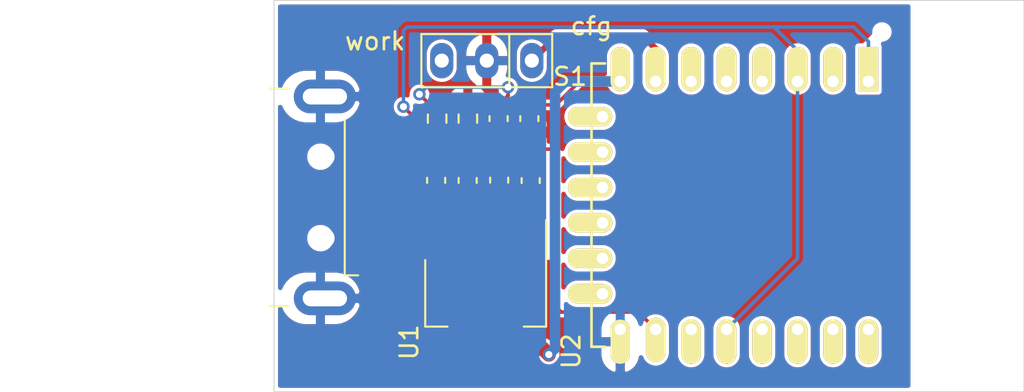
<source format=kicad_pcb>
(kicad_pcb (version 20171130) (host pcbnew "(5.1.8-0-10_14)")

  (general
    (thickness 1.6)
    (drawings 12)
    (tracks 58)
    (zones 0)
    (modules 12)
    (nets 7)
  )

  (page A4)
  (layers
    (0 F.Cu signal)
    (31 B.Cu signal)
    (32 B.Adhes user)
    (33 F.Adhes user)
    (34 B.Paste user)
    (35 F.Paste user)
    (36 B.SilkS user)
    (37 F.SilkS user)
    (38 B.Mask user)
    (39 F.Mask user)
    (40 Dwgs.User user)
    (41 Cmts.User user)
    (42 Eco1.User user)
    (43 Eco2.User user)
    (44 Edge.Cuts user)
    (45 Margin user)
    (46 B.CrtYd user)
    (47 F.CrtYd user)
    (48 B.Fab user)
    (49 F.Fab user)
  )

  (setup
    (last_trace_width 0.2)
    (user_trace_width 0.2)
    (user_trace_width 0.35)
    (user_trace_width 0.5)
    (user_trace_width 0.6)
    (user_trace_width 0.8)
    (user_trace_width 1)
    (user_trace_width 1.5)
    (user_trace_width 2)
    (trace_clearance 0.15)
    (zone_clearance 0.2)
    (zone_45_only yes)
    (trace_min 0.15)
    (via_size 0.7)
    (via_drill 0.4)
    (via_min_size 0.4)
    (via_min_drill 0.3)
    (user_via 0.8 0.5)
    (user_via 1 0.7)
    (uvia_size 0.3)
    (uvia_drill 0.1)
    (uvias_allowed no)
    (uvia_min_size 0.2)
    (uvia_min_drill 0.1)
    (edge_width 0.05)
    (segment_width 0.2)
    (pcb_text_width 0.3)
    (pcb_text_size 1.5 1.5)
    (mod_edge_width 0.12)
    (mod_text_size 1 1)
    (mod_text_width 0.15)
    (pad_size 1.524 1.524)
    (pad_drill 0.762)
    (pad_to_mask_clearance 0.05)
    (solder_mask_min_width 0.1)
    (aux_axis_origin 84.582 109.474)
    (grid_origin 84.582 109.474)
    (visible_elements 7FFFFFFF)
    (pcbplotparams
      (layerselection 0x010fc_ffffffff)
      (usegerberextensions false)
      (usegerberattributes true)
      (usegerberadvancedattributes true)
      (creategerberjobfile true)
      (excludeedgelayer true)
      (linewidth 0.100000)
      (plotframeref false)
      (viasonmask false)
      (mode 1)
      (useauxorigin false)
      (hpglpennumber 1)
      (hpglpenspeed 20)
      (hpglpendiameter 15.000000)
      (psnegative false)
      (psa4output false)
      (plotreference true)
      (plotvalue true)
      (plotinvisibletext false)
      (padsonsilk false)
      (subtractmaskfromsilk false)
      (outputformat 1)
      (mirror false)
      (drillshape 1)
      (scaleselection 1)
      (outputdirectory ""))
  )

  (net 0 "")
  (net 1 VCC)
  (net 2 GND)
  (net 3 /SW)
  (net 4 /PULL_UP)
  (net 5 "Net-(R2-Pad2)")
  (net 6 /3.3V)

  (net_class Default "This is the default net class."
    (clearance 0.15)
    (trace_width 0.25)
    (via_dia 0.7)
    (via_drill 0.4)
    (uvia_dia 0.3)
    (uvia_drill 0.1)
    (diff_pair_width 0.28)
    (diff_pair_gap 0.15)
    (add_net /3.3V)
    (add_net /PULL_UP)
    (add_net /SW)
    (add_net GND)
    (add_net "Net-(R2-Pad2)")
    (add_net VCC)
  )

  (module Connector_USB:USB_A_CNCTech_1001-011-01101_Horizontal (layer F.Cu) (tedit 5E754393) (tstamp 61749115)
    (at 80.55 98.5 180)
    (descr "USB type A Plug, Horizontal, http://cnctech.us/pdfs/1001-011-01101.pdf")
    (tags USB-A)
    (path /61728D12)
    (attr smd)
    (fp_text reference J1 (at -6.9 -8) (layer F.SilkS) hide
      (effects (font (size 1 1) (thickness 0.15)))
    )
    (fp_text value USB_A (at 0 8 180) (layer F.Fab)
      (effects (font (size 1 1) (thickness 0.15)))
    )
    (fp_line (start -7.9 6.025) (end -7.9 -6.025) (layer F.Fab) (width 0.1))
    (fp_line (start -7.9 -6.025) (end 10.9 -6.025) (layer F.Fab) (width 0.1))
    (fp_line (start -7.9 6.025) (end 10.9 6.025) (layer F.Fab) (width 0.1))
    (fp_line (start 10.9 6.025) (end 10.9 -6.025) (layer F.Fab) (width 0.1))
    (fp_line (start -10.4 3.75) (end -10.4 3.25) (layer F.Fab) (width 0.1))
    (fp_line (start -10.4 3.25) (end -7.9 3.25) (layer F.Fab) (width 0.1))
    (fp_line (start -10.4 3.75) (end -7.9 3.75) (layer F.Fab) (width 0.1))
    (fp_line (start -10.4 0.75) (end -7.9 0.75) (layer F.Fab) (width 0.1))
    (fp_line (start -10.4 1.25) (end -10.4 0.75) (layer F.Fab) (width 0.1))
    (fp_line (start -10.4 1.25) (end -7.9 1.25) (layer F.Fab) (width 0.1))
    (fp_line (start -10.4 -0.75) (end -10.4 -1.25) (layer F.Fab) (width 0.1))
    (fp_line (start -10.4 -0.75) (end -7.9 -0.75) (layer F.Fab) (width 0.1))
    (fp_line (start -10.4 -1.25) (end -7.9 -1.25) (layer F.Fab) (width 0.1))
    (fp_line (start -10.4 -3.75) (end -7.9 -3.75) (layer F.Fab) (width 0.1))
    (fp_line (start -10.4 -3.25) (end -10.4 -3.75) (layer F.Fab) (width 0.1))
    (fp_line (start -10.4 -3.25) (end -7.9 -3.25) (layer F.Fab) (width 0.1))
    (fp_circle (center -6.9 -2.3) (end -6.9 -2.8) (layer F.Fab) (width 0.1))
    (fp_circle (center -6.9 2.3) (end -6.9 2.8) (layer F.Fab) (width 0.1))
    (fp_line (start -8.02 -4.4) (end -8.02 4.4) (layer F.SilkS) (width 0.12))
    (fp_line (start -3.8 6.025) (end -3.8 -6.025) (layer Dwgs.User) (width 0.1))
    (fp_line (start -4.85 -6.145) (end -3.8 -6.145) (layer F.SilkS) (width 0.12))
    (fp_line (start -4.85 6.145) (end -3.8 6.145) (layer F.SilkS) (width 0.12))
    (fp_line (start -11.4 4.55) (end -11.4 -4.55) (layer F.CrtYd) (width 0.05))
    (fp_line (start -11.4 -4.55) (end -9.15 -4.55) (layer F.CrtYd) (width 0.05))
    (fp_line (start -9.15 -7.15) (end -9.15 -4.55) (layer F.CrtYd) (width 0.05))
    (fp_line (start -9.15 -7.15) (end -4.65 -7.15) (layer F.CrtYd) (width 0.05))
    (fp_line (start -4.65 -6.52) (end -4.65 -7.15) (layer F.CrtYd) (width 0.05))
    (fp_line (start -4.65 -6.52) (end 11.4 -6.52) (layer F.CrtYd) (width 0.05))
    (fp_line (start 11.4 6.52) (end 11.4 -6.52) (layer F.CrtYd) (width 0.05))
    (fp_line (start -4.65 6.52) (end 11.4 6.52) (layer F.CrtYd) (width 0.05))
    (fp_line (start -4.65 7.15) (end -4.65 6.52) (layer F.CrtYd) (width 0.05))
    (fp_line (start -9.15 7.15) (end -4.65 7.15) (layer F.CrtYd) (width 0.05))
    (fp_line (start -9.15 4.55) (end -9.15 7.15) (layer F.CrtYd) (width 0.05))
    (fp_line (start -11.4 4.55) (end -9.15 4.55) (layer F.CrtYd) (width 0.05))
    (fp_line (start -8.02 -4.4) (end -8.775 -4.4) (layer F.SilkS) (width 0.12))
    (fp_line (start -7.75 -3.5) (end -7.25 -3) (layer F.Fab) (width 0.1))
    (fp_line (start -7.75 -3.5) (end -7.25 -4) (layer F.Fab) (width 0.1))
    (fp_line (start -7.25 -4) (end -7.25 -3.05) (layer F.Fab) (width 0.1))
    (fp_text user %R (at -6 0 90) (layer F.Fab)
      (effects (font (size 1 1) (thickness 0.15)))
    )
    (fp_text user "PCB Edge" (at -4.55 -0.05 90) (layer Dwgs.User)
      (effects (font (size 0.6 0.6) (thickness 0.09)))
    )
    (pad "" np_thru_hole circle (at -6.9 2.3 180) (size 1.1 1.1) (drill 1.1) (layers *.Cu *.Mask))
    (pad "" np_thru_hole circle (at -6.9 -2.3 180) (size 1.1 1.1) (drill 1.1) (layers *.Cu *.Mask))
    (pad 5 thru_hole oval (at -6.9 5.7 180) (size 3.5 1.9) (drill oval 2.5 0.9) (layers *.Cu *.Mask)
      (net 2 GND))
    (pad 5 thru_hole oval (at -6.9 -5.7 180) (size 3.5 1.9) (drill oval 2.5 0.9) (layers *.Cu *.Mask)
      (net 2 GND))
    (pad 4 smd rect (at -9.65 3.5 180) (size 2.5 1.1) (layers F.Cu F.Paste F.Mask)
      (net 2 GND))
    (pad 1 smd rect (at -9.65 -3.5 180) (size 2.5 1.1) (layers F.Cu F.Paste F.Mask)
      (net 1 VCC))
    (pad 3 smd rect (at -9.65 1 180) (size 2.5 1.1) (layers F.Cu F.Paste F.Mask))
    (pad 2 smd rect (at -9.65 -1 180) (size 2.5 1.1) (layers F.Cu F.Paste F.Mask))
    (model ${KISYS3DMOD}/Connector_USB.3dshapes/USB_A_CNCTech_1001-011-01101_Horizontal.wrl
      (at (xyz 0 0 0))
      (scale (xyz 1 1 1))
      (rotate (xyz 0 0 0))
    )
  )

  (module Resistor_SMD:R_0603_1608Metric (layer F.Cu) (tedit 5F68FEEE) (tstamp 61756BF3)
    (at 93.782 94.049 90)
    (descr "Resistor SMD 0603 (1608 Metric), square (rectangular) end terminal, IPC_7351 nominal, (Body size source: IPC-SM-782 page 72, https://www.pcb-3d.com/wordpress/wp-content/uploads/ipc-sm-782a_amendment_1_and_2.pdf), generated with kicad-footprint-generator")
    (tags resistor)
    (path /617D25F6)
    (attr smd)
    (fp_text reference R1 (at 0 -1.43 90) (layer F.SilkS) hide
      (effects (font (size 1 1) (thickness 0.15)))
    )
    (fp_text value 10K (at 0 1.43 90) (layer F.Fab)
      (effects (font (size 1 1) (thickness 0.15)))
    )
    (fp_line (start 1.48 0.73) (end -1.48 0.73) (layer F.CrtYd) (width 0.05))
    (fp_line (start 1.48 -0.73) (end 1.48 0.73) (layer F.CrtYd) (width 0.05))
    (fp_line (start -1.48 -0.73) (end 1.48 -0.73) (layer F.CrtYd) (width 0.05))
    (fp_line (start -1.48 0.73) (end -1.48 -0.73) (layer F.CrtYd) (width 0.05))
    (fp_line (start -0.237258 0.5225) (end 0.237258 0.5225) (layer F.SilkS) (width 0.12))
    (fp_line (start -0.237258 -0.5225) (end 0.237258 -0.5225) (layer F.SilkS) (width 0.12))
    (fp_line (start 0.8 0.4125) (end -0.8 0.4125) (layer F.Fab) (width 0.1))
    (fp_line (start 0.8 -0.4125) (end 0.8 0.4125) (layer F.Fab) (width 0.1))
    (fp_line (start -0.8 -0.4125) (end 0.8 -0.4125) (layer F.Fab) (width 0.1))
    (fp_line (start -0.8 0.4125) (end -0.8 -0.4125) (layer F.Fab) (width 0.1))
    (fp_text user %R (at 0 0 90) (layer F.Fab)
      (effects (font (size 0.4 0.4) (thickness 0.06)))
    )
    (pad 2 smd roundrect (at 0.825 0 90) (size 0.8 0.95) (layers F.Cu F.Paste F.Mask) (roundrect_rratio 0.25)
      (net 6 /3.3V))
    (pad 1 smd roundrect (at -0.825 0 90) (size 0.8 0.95) (layers F.Cu F.Paste F.Mask) (roundrect_rratio 0.25)
      (net 4 /PULL_UP))
    (model ${KISYS3DMOD}/Resistor_SMD.3dshapes/R_0603_1608Metric.wrl
      (at (xyz 0 0 0))
      (scale (xyz 1 1 1))
      (rotate (xyz 0 0 0))
    )
  )

  (module Resistor_SMD:R_0603_1608Metric (layer F.Cu) (tedit 5F68FEEE) (tstamp 61756D09)
    (at 95.515333 94.049 270)
    (descr "Resistor SMD 0603 (1608 Metric), square (rectangular) end terminal, IPC_7351 nominal, (Body size source: IPC-SM-782 page 72, https://www.pcb-3d.com/wordpress/wp-content/uploads/ipc-sm-782a_amendment_1_and_2.pdf), generated with kicad-footprint-generator")
    (tags resistor)
    (path /617B9117)
    (attr smd)
    (fp_text reference R2 (at 0 -1.43 90) (layer F.SilkS) hide
      (effects (font (size 1 1) (thickness 0.15)))
    )
    (fp_text value 10K (at 0 1.43 90) (layer F.Fab)
      (effects (font (size 1 1) (thickness 0.15)))
    )
    (fp_line (start 1.48 0.73) (end -1.48 0.73) (layer F.CrtYd) (width 0.05))
    (fp_line (start 1.48 -0.73) (end 1.48 0.73) (layer F.CrtYd) (width 0.05))
    (fp_line (start -1.48 -0.73) (end 1.48 -0.73) (layer F.CrtYd) (width 0.05))
    (fp_line (start -1.48 0.73) (end -1.48 -0.73) (layer F.CrtYd) (width 0.05))
    (fp_line (start -0.237258 0.5225) (end 0.237258 0.5225) (layer F.SilkS) (width 0.12))
    (fp_line (start -0.237258 -0.5225) (end 0.237258 -0.5225) (layer F.SilkS) (width 0.12))
    (fp_line (start 0.8 0.4125) (end -0.8 0.4125) (layer F.Fab) (width 0.1))
    (fp_line (start 0.8 -0.4125) (end 0.8 0.4125) (layer F.Fab) (width 0.1))
    (fp_line (start -0.8 -0.4125) (end 0.8 -0.4125) (layer F.Fab) (width 0.1))
    (fp_line (start -0.8 0.4125) (end -0.8 -0.4125) (layer F.Fab) (width 0.1))
    (fp_text user %R (at 0 0 90) (layer F.Fab)
      (effects (font (size 0.4 0.4) (thickness 0.06)))
    )
    (pad 2 smd roundrect (at 0.825 0 270) (size 0.8 0.95) (layers F.Cu F.Paste F.Mask) (roundrect_rratio 0.25)
      (net 5 "Net-(R2-Pad2)"))
    (pad 1 smd roundrect (at -0.825 0 270) (size 0.8 0.95) (layers F.Cu F.Paste F.Mask) (roundrect_rratio 0.25)
      (net 2 GND))
    (model ${KISYS3DMOD}/Resistor_SMD.3dshapes/R_0603_1608Metric.wrl
      (at (xyz 0 0 0))
      (scale (xyz 1 1 1))
      (rotate (xyz 0 0 0))
    )
  )

  (module ESP8266_Wakener:SlipSwitch_MSK-12D19_1P2T (layer F.Cu) (tedit 61754ED6) (tstamp 61755BBF)
    (at 96.582 90.774 180)
    (path /617A540C)
    (fp_text reference S1 (at -4.7 -0.9) (layer F.SilkS)
      (effects (font (size 1 1) (thickness 0.15)))
    )
    (fp_text value slip_switch_MSK-12D19_1P2T (at 0 -2.5) (layer F.Fab) hide
      (effects (font (size 1 1) (thickness 0.15)))
    )
    (fp_line (start -3.69 -1.5) (end 3.69 -1.5) (layer F.SilkS) (width 0.12))
    (fp_line (start 3.69 -1.5) (end 3.69 1.5) (layer F.SilkS) (width 0.12))
    (fp_line (start 3.69 1.5) (end -3.69 1.5) (layer F.SilkS) (width 0.12))
    (fp_line (start -3.69 1.5) (end -3.69 -1.5) (layer F.SilkS) (width 0.12))
    (fp_line (start -1.27 -1.5) (end -1.27 1.5) (layer F.SilkS) (width 0.12))
    (fp_line (start -3.44 -1.25) (end 3.44 -1.25) (layer F.CrtYd) (width 0.05))
    (fp_line (start 3.44 -1.25) (end 3.44 1.25) (layer F.CrtYd) (width 0.05))
    (fp_line (start 3.44 1.25) (end -3.44 1.25) (layer F.CrtYd) (width 0.05))
    (fp_line (start -3.44 1.25) (end -3.44 -1.25) (layer F.CrtYd) (width 0.05))
    (pad 3 thru_hole oval (at 2.54 0 180) (size 1.3 2) (drill 0.8) (layers *.Cu *.Mask))
    (pad 2 thru_hole oval (at 0 0 180) (size 1.3 2) (drill 0.8) (layers *.Cu *.Mask)
      (net 2 GND))
    (pad 1 thru_hole oval (at -2.54 0 180) (size 1.3 2) (drill 0.8) (layers *.Cu *.Mask)
      (net 3 /SW))
    (model ":SLIPSWITCH:slip switch v1.step"
      (offset (xyz 0 0.2 1.5))
      (scale (xyz 1 1 1))
      (rotate (xyz -90 0 0))
    )
  )

  (module Capacitor_SMD:C_0603_1608Metric (layer F.Cu) (tedit 5F68FEEE) (tstamp 61755B05)
    (at 97.248666 94.049 270)
    (descr "Capacitor SMD 0603 (1608 Metric), square (rectangular) end terminal, IPC_7351 nominal, (Body size source: IPC-SM-782 page 76, https://www.pcb-3d.com/wordpress/wp-content/uploads/ipc-sm-782a_amendment_1_and_2.pdf), generated with kicad-footprint-generator")
    (tags capacitor)
    (path /617BD796)
    (attr smd)
    (fp_text reference C6 (at 0 -1.43 90) (layer F.SilkS) hide
      (effects (font (size 1 1) (thickness 0.15)))
    )
    (fp_text value 10nF (at 0 1.43 90) (layer F.Fab)
      (effects (font (size 1 1) (thickness 0.15)))
    )
    (fp_line (start 1.48 0.73) (end -1.48 0.73) (layer F.CrtYd) (width 0.05))
    (fp_line (start 1.48 -0.73) (end 1.48 0.73) (layer F.CrtYd) (width 0.05))
    (fp_line (start -1.48 -0.73) (end 1.48 -0.73) (layer F.CrtYd) (width 0.05))
    (fp_line (start -1.48 0.73) (end -1.48 -0.73) (layer F.CrtYd) (width 0.05))
    (fp_line (start -0.14058 0.51) (end 0.14058 0.51) (layer F.SilkS) (width 0.12))
    (fp_line (start -0.14058 -0.51) (end 0.14058 -0.51) (layer F.SilkS) (width 0.12))
    (fp_line (start 0.8 0.4) (end -0.8 0.4) (layer F.Fab) (width 0.1))
    (fp_line (start 0.8 -0.4) (end 0.8 0.4) (layer F.Fab) (width 0.1))
    (fp_line (start -0.8 -0.4) (end 0.8 -0.4) (layer F.Fab) (width 0.1))
    (fp_line (start -0.8 0.4) (end -0.8 -0.4) (layer F.Fab) (width 0.1))
    (fp_text user %R (at 0 0 90) (layer F.Fab)
      (effects (font (size 0.4 0.4) (thickness 0.06)))
    )
    (pad 2 smd roundrect (at 0.775 0 270) (size 0.9 0.95) (layers F.Cu F.Paste F.Mask) (roundrect_rratio 0.25)
      (net 2 GND))
    (pad 1 smd roundrect (at -0.775 0 270) (size 0.9 0.95) (layers F.Cu F.Paste F.Mask) (roundrect_rratio 0.25)
      (net 6 /3.3V))
    (model ${KISYS3DMOD}/Capacitor_SMD.3dshapes/C_0603_1608Metric.wrl
      (at (xyz 0 0 0))
      (scale (xyz 1 1 1))
      (rotate (xyz 0 0 0))
    )
  )

  (module Capacitor_SMD:C_0603_1608Metric (layer F.Cu) (tedit 5F68FEEE) (tstamp 6175627A)
    (at 98.982 94.049 270)
    (descr "Capacitor SMD 0603 (1608 Metric), square (rectangular) end terminal, IPC_7351 nominal, (Body size source: IPC-SM-782 page 76, https://www.pcb-3d.com/wordpress/wp-content/uploads/ipc-sm-782a_amendment_1_and_2.pdf), generated with kicad-footprint-generator")
    (tags capacitor)
    (path /617BCBE7)
    (attr smd)
    (fp_text reference C4 (at 0 -1.43 90) (layer F.SilkS) hide
      (effects (font (size 1 1) (thickness 0.15)))
    )
    (fp_text value 10nF (at 0 1.43 90) (layer F.Fab)
      (effects (font (size 1 1) (thickness 0.15)))
    )
    (fp_line (start 1.48 0.73) (end -1.48 0.73) (layer F.CrtYd) (width 0.05))
    (fp_line (start 1.48 -0.73) (end 1.48 0.73) (layer F.CrtYd) (width 0.05))
    (fp_line (start -1.48 -0.73) (end 1.48 -0.73) (layer F.CrtYd) (width 0.05))
    (fp_line (start -1.48 0.73) (end -1.48 -0.73) (layer F.CrtYd) (width 0.05))
    (fp_line (start -0.14058 0.51) (end 0.14058 0.51) (layer F.SilkS) (width 0.12))
    (fp_line (start -0.14058 -0.51) (end 0.14058 -0.51) (layer F.SilkS) (width 0.12))
    (fp_line (start 0.8 0.4) (end -0.8 0.4) (layer F.Fab) (width 0.1))
    (fp_line (start 0.8 -0.4) (end 0.8 0.4) (layer F.Fab) (width 0.1))
    (fp_line (start -0.8 -0.4) (end 0.8 -0.4) (layer F.Fab) (width 0.1))
    (fp_line (start -0.8 0.4) (end -0.8 -0.4) (layer F.Fab) (width 0.1))
    (fp_text user %R (at 0 0 90) (layer F.Fab)
      (effects (font (size 0.4 0.4) (thickness 0.06)))
    )
    (pad 2 smd roundrect (at 0.775 0 270) (size 0.9 0.95) (layers F.Cu F.Paste F.Mask) (roundrect_rratio 0.25)
      (net 2 GND))
    (pad 1 smd roundrect (at -0.775 0 270) (size 0.9 0.95) (layers F.Cu F.Paste F.Mask) (roundrect_rratio 0.25)
      (net 6 /3.3V))
    (model ${KISYS3DMOD}/Capacitor_SMD.3dshapes/C_0603_1608Metric.wrl
      (at (xyz 0 0 0))
      (scale (xyz 1 1 1))
      (rotate (xyz 0 0 0))
    )
  )

  (module ESP8266:ESP-12E (layer F.Cu) (tedit 58B47889) (tstamp 61757BD3)
    (at 118.11 91.948 270)
    (descr "Module, ESP-8266, ESP-12, 16 pad, SMD")
    (tags "Module ESP-8266 ESP8266")
    (path /617414C6)
    (fp_text reference U2 (at 15.24 16.764 90) (layer F.SilkS)
      (effects (font (size 1 1) (thickness 0.15)))
    )
    (fp_text value ESP-12F (at 6.35 6.35 90) (layer F.Fab) hide
      (effects (font (size 1 1) (thickness 0.15)))
    )
    (fp_line (start -2.25 -0.5) (end -2.25 -8.75) (layer F.CrtYd) (width 0.05))
    (fp_line (start -2.25 -8.75) (end 15.25 -8.75) (layer F.CrtYd) (width 0.05))
    (fp_line (start 15.25 -8.75) (end 16.25 -8.75) (layer F.CrtYd) (width 0.05))
    (fp_line (start 16.25 -8.75) (end 16.25 16) (layer F.CrtYd) (width 0.05))
    (fp_line (start 16.25 16) (end -2.25 16) (layer F.CrtYd) (width 0.05))
    (fp_line (start -2.25 16) (end -2.25 -0.5) (layer F.CrtYd) (width 0.05))
    (fp_line (start -1.016 -8.382) (end 14.986 -8.382) (layer F.CrtYd) (width 0.1524))
    (fp_line (start 14.986 -8.382) (end 14.986 -0.889) (layer F.CrtYd) (width 0.1524))
    (fp_line (start -1.016 -8.382) (end -1.016 -1.016) (layer F.CrtYd) (width 0.1524))
    (fp_line (start -1.016 14.859) (end -1.016 15.621) (layer F.SilkS) (width 0.1524))
    (fp_line (start -1.016 15.621) (end 14.986 15.621) (layer F.SilkS) (width 0.1524))
    (fp_line (start 14.986 15.621) (end 14.986 14.859) (layer F.SilkS) (width 0.1524))
    (fp_line (start 14.992 -8.4) (end -1.008 -2.6) (layer F.CrtYd) (width 0.1524))
    (fp_line (start -1.008 -8.4) (end 14.992 -2.6) (layer F.CrtYd) (width 0.1524))
    (fp_line (start -1.008 -2.6) (end 14.992 -2.6) (layer F.CrtYd) (width 0.1524))
    (fp_line (start 15 -8.4) (end 15 15.6) (layer F.Fab) (width 0.05))
    (fp_line (start 14.992 15.6) (end -1.008 15.6) (layer F.Fab) (width 0.05))
    (fp_line (start -1.008 15.6) (end -1.008 -8.4) (layer F.Fab) (width 0.05))
    (fp_line (start -1.008 -8.4) (end 14.992 -8.4) (layer F.Fab) (width 0.05))
    (fp_text user "No Copper" (at 6.892 -5.4 90) (layer F.CrtYd)
      (effects (font (size 1 1) (thickness 0.15)))
    )
    (pad 22 thru_hole oval (at 11.99 15) (size 2.5 1.1) (drill 0.65 (offset -0.7 0)) (layers *.Cu *.Mask F.SilkS))
    (pad 21 thru_hole oval (at 9.99 15) (size 2.5 1.1) (drill 0.65 (offset -0.7 0)) (layers *.Cu *.Mask F.SilkS))
    (pad 20 thru_hole oval (at 7.99 15) (size 2.5 1.1) (drill 0.65 (offset -0.7 0)) (layers *.Cu *.Mask F.SilkS))
    (pad 19 thru_hole oval (at 5.99 15) (size 2.5 1.1) (drill 0.65 (offset -0.7 0)) (layers *.Cu *.Mask F.SilkS))
    (pad 18 thru_hole oval (at 3.99 15) (size 2.5 1.1) (drill 0.65 (offset -0.7 0)) (layers *.Cu *.Mask F.SilkS))
    (pad 17 thru_hole oval (at 1.99 15) (size 2.5 1.1) (drill 0.65 (offset -0.7 0)) (layers *.Cu *.Mask F.SilkS))
    (pad 16 thru_hole oval (at 14 0 270) (size 2.5 1.1) (drill 0.65 (offset 0.7 0)) (layers *.Cu *.Mask F.SilkS))
    (pad 15 thru_hole oval (at 14 2 270) (size 2.5 1.1) (drill 0.65 (offset 0.7 0)) (layers *.Cu *.Mask F.SilkS))
    (pad 14 thru_hole oval (at 14 4 270) (size 2.5 1.1) (drill 0.65 (offset 0.7 0)) (layers *.Cu *.Mask F.SilkS))
    (pad 13 thru_hole oval (at 14 6 270) (size 2.5 1.1) (drill 0.65 (offset 0.7 0)) (layers *.Cu *.Mask F.SilkS))
    (pad 12 thru_hole oval (at 14 8 270) (size 2.5 1.1) (drill 0.65 (offset 0.7 0)) (layers *.Cu *.Mask F.SilkS)
      (net 4 /PULL_UP))
    (pad 11 thru_hole oval (at 14 10 270) (size 2.5 1.1) (drill 0.65 (offset 0.7 0)) (layers *.Cu *.Mask F.SilkS))
    (pad 10 thru_hole oval (at 14 12 270) (size 2.5 1.1) (drill 0.65 (offset 0.6 0)) (layers *.Cu *.Mask F.SilkS)
      (net 5 "Net-(R2-Pad2)"))
    (pad 9 thru_hole oval (at 14 14 270) (size 2.5 1.1) (drill 0.65 (offset 0.7 0)) (layers *.Cu *.Mask F.SilkS)
      (net 2 GND))
    (pad 8 thru_hole oval (at 0 14 270) (size 2.5 1.1) (drill 0.65 (offset -0.7 0)) (layers *.Cu *.Mask F.SilkS)
      (net 6 /3.3V))
    (pad 7 thru_hole oval (at 0 12 270) (size 2.5 1.1) (drill 0.65 (offset -0.7 0)) (layers *.Cu *.Mask F.SilkS)
      (net 3 /SW))
    (pad 6 thru_hole oval (at 0 10 270) (size 2.5 1.1) (drill 0.65 (offset -0.7 0)) (layers *.Cu *.Mask F.SilkS))
    (pad 5 thru_hole oval (at 0 8 270) (size 2.5 1.1) (drill 0.65 (offset -0.7 0)) (layers *.Cu *.Mask F.SilkS))
    (pad 4 thru_hole oval (at 0 6 270) (size 2.5 1.1) (drill 0.65 (offset -0.7 0)) (layers *.Cu *.Mask F.SilkS))
    (pad 3 thru_hole oval (at 0 4 270) (size 2.5 1.1) (drill 0.65 (offset -0.7 0)) (layers *.Cu *.Mask F.SilkS)
      (net 4 /PULL_UP))
    (pad 2 thru_hole oval (at 0 2 270) (size 2.5 1.1) (drill 0.65 (offset -0.7 0)) (layers *.Cu *.Mask F.SilkS))
    (pad 1 thru_hole rect (at 0 0 270) (size 2.5 1.1) (drill 0.65 (offset -0.7 0)) (layers *.Cu *.Mask F.SilkS)
      (net 4 /PULL_UP))
    (model ${ESPLIB}/ESP8266.3dshapes/ESP-12E.wrl
      (at (xyz 0 0 0))
      (scale (xyz 0.3937 0.3937 0.3937))
      (rotate (xyz 0 0 0))
    )
  )

  (module Package_TO_SOT_SMD:SOT-223-3_TabPin2 (layer F.Cu) (tedit 5A02FF57) (tstamp 61749A51)
    (at 96.52 103.886 270)
    (descr "module CMS SOT223 4 pins")
    (tags "CMS SOT")
    (path /6172AAF2)
    (attr smd)
    (fp_text reference U1 (at 2.794 4.318 90) (layer F.SilkS)
      (effects (font (size 1 1) (thickness 0.15)))
    )
    (fp_text value AMS1117-3.3 (at 0 4.5 90) (layer F.Fab)
      (effects (font (size 1 1) (thickness 0.15)))
    )
    (fp_line (start 1.91 3.41) (end 1.91 2.15) (layer F.SilkS) (width 0.12))
    (fp_line (start 1.91 -3.41) (end 1.91 -2.15) (layer F.SilkS) (width 0.12))
    (fp_line (start 4.4 -3.6) (end -4.4 -3.6) (layer F.CrtYd) (width 0.05))
    (fp_line (start 4.4 3.6) (end 4.4 -3.6) (layer F.CrtYd) (width 0.05))
    (fp_line (start -4.4 3.6) (end 4.4 3.6) (layer F.CrtYd) (width 0.05))
    (fp_line (start -4.4 -3.6) (end -4.4 3.6) (layer F.CrtYd) (width 0.05))
    (fp_line (start -1.85 -2.35) (end -0.85 -3.35) (layer F.Fab) (width 0.1))
    (fp_line (start -1.85 -2.35) (end -1.85 3.35) (layer F.Fab) (width 0.1))
    (fp_line (start -1.85 3.41) (end 1.91 3.41) (layer F.SilkS) (width 0.12))
    (fp_line (start -0.85 -3.35) (end 1.85 -3.35) (layer F.Fab) (width 0.1))
    (fp_line (start -4.1 -3.41) (end 1.91 -3.41) (layer F.SilkS) (width 0.12))
    (fp_line (start -1.85 3.35) (end 1.85 3.35) (layer F.Fab) (width 0.1))
    (fp_line (start 1.85 -3.35) (end 1.85 3.35) (layer F.Fab) (width 0.1))
    (fp_text user %R (at 0 0) (layer F.Fab)
      (effects (font (size 0.8 0.8) (thickness 0.12)))
    )
    (pad 1 smd rect (at -3.15 -2.3 270) (size 2 1.5) (layers F.Cu F.Paste F.Mask)
      (net 2 GND))
    (pad 3 smd rect (at -3.15 2.3 270) (size 2 1.5) (layers F.Cu F.Paste F.Mask)
      (net 1 VCC))
    (pad 2 smd rect (at -3.15 0 270) (size 2 1.5) (layers F.Cu F.Paste F.Mask)
      (net 6 /3.3V))
    (pad 2 smd rect (at 3.15 0 270) (size 2 3.8) (layers F.Cu F.Paste F.Mask)
      (net 6 /3.3V))
    (model ${KISYS3DMOD}/Package_TO_SOT_SMD.3dshapes/SOT-223.wrl
      (at (xyz 0 0 0))
      (scale (xyz 1 1 1))
      (rotate (xyz 0 0 0))
    )
  )

  (module Capacitor_SMD:C_0603_1608Metric (layer F.Cu) (tedit 5F68FEEE) (tstamp 617498F3)
    (at 99.06 97.547999 90)
    (descr "Capacitor SMD 0603 (1608 Metric), square (rectangular) end terminal, IPC_7351 nominal, (Body size source: IPC-SM-782 page 76, https://www.pcb-3d.com/wordpress/wp-content/uploads/ipc-sm-782a_amendment_1_and_2.pdf), generated with kicad-footprint-generator")
    (tags capacitor)
    (path /6175B2CD)
    (attr smd)
    (fp_text reference C5 (at 2.830999 0.14 90) (layer F.SilkS) hide
      (effects (font (size 1 1) (thickness 0.15)))
    )
    (fp_text value 100nF (at 0 1.43 90) (layer F.Fab)
      (effects (font (size 1 1) (thickness 0.15)))
    )
    (fp_line (start -0.8 0.4) (end -0.8 -0.4) (layer F.Fab) (width 0.1))
    (fp_line (start -0.8 -0.4) (end 0.8 -0.4) (layer F.Fab) (width 0.1))
    (fp_line (start 0.8 -0.4) (end 0.8 0.4) (layer F.Fab) (width 0.1))
    (fp_line (start 0.8 0.4) (end -0.8 0.4) (layer F.Fab) (width 0.1))
    (fp_line (start -0.14058 -0.51) (end 0.14058 -0.51) (layer F.SilkS) (width 0.12))
    (fp_line (start -0.14058 0.51) (end 0.14058 0.51) (layer F.SilkS) (width 0.12))
    (fp_line (start -1.48 0.73) (end -1.48 -0.73) (layer F.CrtYd) (width 0.05))
    (fp_line (start -1.48 -0.73) (end 1.48 -0.73) (layer F.CrtYd) (width 0.05))
    (fp_line (start 1.48 -0.73) (end 1.48 0.73) (layer F.CrtYd) (width 0.05))
    (fp_line (start 1.48 0.73) (end -1.48 0.73) (layer F.CrtYd) (width 0.05))
    (fp_text user %R (at 0 0 90) (layer F.Fab)
      (effects (font (size 0.4 0.4) (thickness 0.06)))
    )
    (pad 2 smd roundrect (at 0.775 0 90) (size 0.9 0.95) (layers F.Cu F.Paste F.Mask) (roundrect_rratio 0.25)
      (net 2 GND))
    (pad 1 smd roundrect (at -0.775 0 90) (size 0.9 0.95) (layers F.Cu F.Paste F.Mask) (roundrect_rratio 0.25)
      (net 6 /3.3V))
    (model ${KISYS3DMOD}/Capacitor_SMD.3dshapes/C_0603_1608Metric.wrl
      (at (xyz 0 0 0))
      (scale (xyz 1 1 1))
      (rotate (xyz 0 0 0))
    )
  )

  (module Capacitor_SMD:C_0603_1608Metric (layer F.Cu) (tedit 5F68FEEE) (tstamp 617490D0)
    (at 97.282 97.523 90)
    (descr "Capacitor SMD 0603 (1608 Metric), square (rectangular) end terminal, IPC_7351 nominal, (Body size source: IPC-SM-782 page 76, https://www.pcb-3d.com/wordpress/wp-content/uploads/ipc-sm-782a_amendment_1_and_2.pdf), generated with kicad-footprint-generator")
    (tags capacitor)
    (path /6175AD62)
    (attr smd)
    (fp_text reference C3 (at 2.806 0.094666 90) (layer F.SilkS) hide
      (effects (font (size 1 1) (thickness 0.15)))
    )
    (fp_text value 220uF (at 0 1.43 90) (layer F.Fab)
      (effects (font (size 1 1) (thickness 0.15)))
    )
    (fp_line (start -0.8 0.4) (end -0.8 -0.4) (layer F.Fab) (width 0.1))
    (fp_line (start -0.8 -0.4) (end 0.8 -0.4) (layer F.Fab) (width 0.1))
    (fp_line (start 0.8 -0.4) (end 0.8 0.4) (layer F.Fab) (width 0.1))
    (fp_line (start 0.8 0.4) (end -0.8 0.4) (layer F.Fab) (width 0.1))
    (fp_line (start -0.14058 -0.51) (end 0.14058 -0.51) (layer F.SilkS) (width 0.12))
    (fp_line (start -0.14058 0.51) (end 0.14058 0.51) (layer F.SilkS) (width 0.12))
    (fp_line (start -1.48 0.73) (end -1.48 -0.73) (layer F.CrtYd) (width 0.05))
    (fp_line (start -1.48 -0.73) (end 1.48 -0.73) (layer F.CrtYd) (width 0.05))
    (fp_line (start 1.48 -0.73) (end 1.48 0.73) (layer F.CrtYd) (width 0.05))
    (fp_line (start 1.48 0.73) (end -1.48 0.73) (layer F.CrtYd) (width 0.05))
    (fp_text user %R (at 0 0 90) (layer F.Fab)
      (effects (font (size 0.4 0.4) (thickness 0.06)))
    )
    (pad 2 smd roundrect (at 0.775 0 90) (size 0.9 0.95) (layers F.Cu F.Paste F.Mask) (roundrect_rratio 0.25)
      (net 2 GND))
    (pad 1 smd roundrect (at -0.775 0 90) (size 0.9 0.95) (layers F.Cu F.Paste F.Mask) (roundrect_rratio 0.25)
      (net 6 /3.3V))
    (model ${KISYS3DMOD}/Capacitor_SMD.3dshapes/C_0603_1608Metric.wrl
      (at (xyz 0 0 0))
      (scale (xyz 1 1 1))
      (rotate (xyz 0 0 0))
    )
  )

  (module Capacitor_SMD:C_0603_1608Metric (layer F.Cu) (tedit 5F68FEEE) (tstamp 6174A402)
    (at 95.504 97.539666 90)
    (descr "Capacitor SMD 0603 (1608 Metric), square (rectangular) end terminal, IPC_7351 nominal, (Body size source: IPC-SM-782 page 76, https://www.pcb-3d.com/wordpress/wp-content/uploads/ipc-sm-782a_amendment_1_and_2.pdf), generated with kicad-footprint-generator")
    (tags capacitor)
    (path /6175940E)
    (attr smd)
    (fp_text reference C2 (at 2.822666 0.049333 90) (layer F.SilkS) hide
      (effects (font (size 1 1) (thickness 0.15)))
    )
    (fp_text value 100nF (at 0 1.43 90) (layer F.Fab)
      (effects (font (size 1 1) (thickness 0.15)))
    )
    (fp_line (start -0.8 0.4) (end -0.8 -0.4) (layer F.Fab) (width 0.1))
    (fp_line (start -0.8 -0.4) (end 0.8 -0.4) (layer F.Fab) (width 0.1))
    (fp_line (start 0.8 -0.4) (end 0.8 0.4) (layer F.Fab) (width 0.1))
    (fp_line (start 0.8 0.4) (end -0.8 0.4) (layer F.Fab) (width 0.1))
    (fp_line (start -0.14058 -0.51) (end 0.14058 -0.51) (layer F.SilkS) (width 0.12))
    (fp_line (start -0.14058 0.51) (end 0.14058 0.51) (layer F.SilkS) (width 0.12))
    (fp_line (start -1.48 0.73) (end -1.48 -0.73) (layer F.CrtYd) (width 0.05))
    (fp_line (start -1.48 -0.73) (end 1.48 -0.73) (layer F.CrtYd) (width 0.05))
    (fp_line (start 1.48 -0.73) (end 1.48 0.73) (layer F.CrtYd) (width 0.05))
    (fp_line (start 1.48 0.73) (end -1.48 0.73) (layer F.CrtYd) (width 0.05))
    (fp_text user %R (at 0 0 90) (layer F.Fab)
      (effects (font (size 0.4 0.4) (thickness 0.06)))
    )
    (pad 2 smd roundrect (at 0.775 0 90) (size 0.9 0.95) (layers F.Cu F.Paste F.Mask) (roundrect_rratio 0.25)
      (net 2 GND))
    (pad 1 smd roundrect (at -0.775 0 90) (size 0.9 0.95) (layers F.Cu F.Paste F.Mask) (roundrect_rratio 0.25)
      (net 1 VCC))
    (model ${KISYS3DMOD}/Capacitor_SMD.3dshapes/C_0603_1608Metric.wrl
      (at (xyz 0 0 0))
      (scale (xyz 1 1 1))
      (rotate (xyz 0 0 0))
    )
  )

  (module Capacitor_SMD:C_0603_1608Metric (layer F.Cu) (tedit 5F68FEEE) (tstamp 6174A2BD)
    (at 93.726 97.531333 90)
    (descr "Capacitor SMD 0603 (1608 Metric), square (rectangular) end terminal, IPC_7351 nominal, (Body size source: IPC-SM-782 page 76, https://www.pcb-3d.com/wordpress/wp-content/uploads/ipc-sm-782a_amendment_1_and_2.pdf), generated with kicad-footprint-generator")
    (tags capacitor)
    (path /6175A3FB)
    (attr smd)
    (fp_text reference C1 (at 2.814333 0.004 90) (layer F.SilkS) hide
      (effects (font (size 1 1) (thickness 0.15)))
    )
    (fp_text value 200uF (at 0 1.43 90) (layer F.Fab)
      (effects (font (size 1 1) (thickness 0.15)))
    )
    (fp_line (start -0.8 0.4) (end -0.8 -0.4) (layer F.Fab) (width 0.1))
    (fp_line (start -0.8 -0.4) (end 0.8 -0.4) (layer F.Fab) (width 0.1))
    (fp_line (start 0.8 -0.4) (end 0.8 0.4) (layer F.Fab) (width 0.1))
    (fp_line (start 0.8 0.4) (end -0.8 0.4) (layer F.Fab) (width 0.1))
    (fp_line (start -0.14058 -0.51) (end 0.14058 -0.51) (layer F.SilkS) (width 0.12))
    (fp_line (start -0.14058 0.51) (end 0.14058 0.51) (layer F.SilkS) (width 0.12))
    (fp_line (start -1.48 0.73) (end -1.48 -0.73) (layer F.CrtYd) (width 0.05))
    (fp_line (start -1.48 -0.73) (end 1.48 -0.73) (layer F.CrtYd) (width 0.05))
    (fp_line (start 1.48 -0.73) (end 1.48 0.73) (layer F.CrtYd) (width 0.05))
    (fp_line (start 1.48 0.73) (end -1.48 0.73) (layer F.CrtYd) (width 0.05))
    (fp_text user %R (at 0 0 90) (layer F.Fab)
      (effects (font (size 0.4 0.4) (thickness 0.06)))
    )
    (pad 2 smd roundrect (at 0.775 0 90) (size 0.9 0.95) (layers F.Cu F.Paste F.Mask) (roundrect_rratio 0.25)
      (net 2 GND))
    (pad 1 smd roundrect (at -0.775 0 90) (size 0.9 0.95) (layers F.Cu F.Paste F.Mask) (roundrect_rratio 0.25)
      (net 1 VCC))
    (model ${KISYS3DMOD}/Capacitor_SMD.3dshapes/C_0603_1608Metric.wrl
      (at (xyz 0 0 0))
      (scale (xyz 1 1 1))
      (rotate (xyz 0 0 0))
    )
  )

  (gr_text work (at 90.282 89.674) (layer F.SilkS)
    (effects (font (size 1 1) (thickness 0.15)))
  )
  (gr_text cfg (at 102.482 88.824) (layer F.SilkS)
    (effects (font (size 1 1) (thickness 0.15)))
  )
  (gr_line (start 85.09 109.22) (end 84.836 109.22) (layer Margin) (width 0.15) (tstamp 61749B09))
  (gr_line (start 85.344 109.22) (end 85.09 109.22) (layer Margin) (width 0.15) (tstamp 61749B08))
  (gr_line (start 84.836 87.63) (end 84.836 109.22) (layer Margin) (width 0.15))
  (gr_line (start 120.582 87.63) (end 84.818 87.63) (layer Margin) (width 0.15) (tstamp 61749B14))
  (gr_line (start 120.582 109.22) (end 120.582 87.63) (layer Margin) (width 0.15) (tstamp 61757C5D))
  (gr_line (start 85.09 109.22) (end 120.582 109.22) (layer Margin) (width 0.15))
  (gr_line (start 84.582 87.376) (end 84.582 109.474) (layer Edge.Cuts) (width 0.05) (tstamp 617499C5))
  (gr_line (start 126.882 87.374) (end 84.582 87.376) (layer Edge.Cuts) (width 0.05))
  (gr_line (start 126.882 109.472) (end 126.882 87.374) (layer Edge.Cuts) (width 0.05) (tstamp 61757C8F))
  (gr_line (start 84.582 109.474) (end 126.882 109.472) (layer Edge.Cuts) (width 0.05))

  (segment (start 90.65 102) (end 91.476 101.174) (width 0.8) (layer F.Cu) (net 1))
  (segment (start 93.782 101.174) (end 94.22 100.736) (width 0.8) (layer F.Cu) (net 1))
  (segment (start 91.476 101.174) (end 93.782 101.174) (width 0.8) (layer F.Cu) (net 1))
  (segment (start 94.22 100.736) (end 93.682 100.198) (width 0.35) (layer F.Cu) (net 1))
  (segment (start 93.682 98.350333) (end 93.726 98.306333) (width 0.35) (layer F.Cu) (net 1))
  (segment (start 93.682 100.198) (end 93.682 98.350333) (width 0.35) (layer F.Cu) (net 1))
  (segment (start 95.495667 98.306333) (end 95.504 98.314666) (width 0.35) (layer F.Cu) (net 1))
  (segment (start 93.726 98.306333) (end 95.495667 98.306333) (width 0.35) (layer F.Cu) (net 1))
  (segment (start 99.122 90.774) (end 100.522 89.374) (width 0.35) (layer F.Cu) (net 3))
  (segment (start 100.522 89.374) (end 105.382 89.374) (width 0.35) (layer F.Cu) (net 3))
  (segment (start 106.11 90.102) (end 106.11 91.948) (width 0.35) (layer F.Cu) (net 3))
  (segment (start 105.382 89.374) (end 106.11 90.102) (width 0.35) (layer F.Cu) (net 3))
  (segment (start 93.782 94.874) (end 93.382 94.874) (width 0.2) (layer F.Cu) (net 4))
  (via (at 91.882 93.374) (size 0.7) (drill 0.4) (layers F.Cu B.Cu) (net 4) (tstamp 6175A0DE))
  (segment (start 93.382 94.874) (end 91.882 93.374) (width 0.2) (layer F.Cu) (net 4))
  (segment (start 91.882 93.374) (end 91.882 89.074) (width 0.2) (layer B.Cu) (net 4))
  (segment (start 91.882 89.074) (end 92.082 88.874) (width 0.2) (layer B.Cu) (net 4))
  (segment (start 92.082 88.874) (end 112.782 88.874) (width 0.2) (layer B.Cu) (net 4))
  (segment (start 114.11 90.202) (end 114.11 91.948) (width 0.2) (layer B.Cu) (net 4))
  (segment (start 112.782 88.874) (end 114.11 90.202) (width 0.2) (layer B.Cu) (net 4))
  (segment (start 114.11 101.948) (end 110.11 105.948) (width 0.2) (layer B.Cu) (net 4))
  (segment (start 114.11 91.948) (end 114.11 101.948) (width 0.2) (layer B.Cu) (net 4))
  (segment (start 112.782 88.874) (end 117.282 88.874) (width 0.2) (layer B.Cu) (net 4))
  (segment (start 117.282 88.874) (end 118.11 89.702) (width 0.2) (layer B.Cu) (net 4))
  (segment (start 118.11 89.702) (end 118.11 91.948) (width 0.2) (layer B.Cu) (net 4))
  (segment (start 100.782 104.974) (end 105.136 104.974) (width 0.2) (layer F.Cu) (net 5))
  (segment (start 100.482 104.674) (end 100.782 104.974) (width 0.2) (layer F.Cu) (net 5))
  (segment (start 100.482 95.974) (end 100.482 104.674) (width 0.2) (layer F.Cu) (net 5))
  (segment (start 100.282 95.774) (end 100.482 95.974) (width 0.2) (layer F.Cu) (net 5))
  (segment (start 105.136 104.974) (end 106.11 105.948) (width 0.2) (layer F.Cu) (net 5))
  (segment (start 96.015333 95.774) (end 100.282 95.774) (width 0.2) (layer F.Cu) (net 5))
  (segment (start 95.515333 95.274) (end 96.015333 95.774) (width 0.2) (layer F.Cu) (net 5))
  (segment (start 95.515333 94.874) (end 95.515333 95.274) (width 0.2) (layer F.Cu) (net 5))
  (segment (start 97.248666 93.274) (end 98.982 93.274) (width 0.2) (layer F.Cu) (net 6))
  (segment (start 96.52 100.736) (end 97.382 99.874) (width 0.2) (layer F.Cu) (net 6))
  (segment (start 97.382 98.398) (end 97.282 98.298) (width 0.2) (layer F.Cu) (net 6))
  (segment (start 97.382 99.874) (end 97.382 98.398) (width 0.2) (layer F.Cu) (net 6))
  (segment (start 99.035001 98.298) (end 99.06 98.322999) (width 0.2) (layer F.Cu) (net 6))
  (segment (start 97.282 98.298) (end 99.035001 98.298) (width 0.2) (layer F.Cu) (net 6))
  (segment (start 104.11 91.948) (end 101.808 91.948) (width 0.2) (layer F.Cu) (net 6))
  (segment (start 100.482 93.274) (end 98.982 93.274) (width 0.2) (layer F.Cu) (net 6))
  (segment (start 101.808 91.948) (end 100.482 93.274) (width 0.2) (layer F.Cu) (net 6))
  (via (at 92.782 92.674) (size 0.7) (drill 0.4) (layers F.Cu B.Cu) (net 6))
  (segment (start 93.332 93.224) (end 92.782 92.674) (width 0.2) (layer F.Cu) (net 6))
  (segment (start 93.782 93.224) (end 93.332 93.224) (width 0.2) (layer F.Cu) (net 6))
  (segment (start 93.182 92.274) (end 97.782 92.274) (width 0.2) (layer B.Cu) (net 6))
  (via (at 97.782 92.274) (size 0.7) (drill 0.4) (layers F.Cu B.Cu) (net 6))
  (segment (start 92.782 92.674) (end 93.182 92.274) (width 0.2) (layer B.Cu) (net 6))
  (segment (start 97.782 92.740666) (end 97.248666 93.274) (width 0.2) (layer F.Cu) (net 6))
  (segment (start 97.782 92.274) (end 97.782 92.740666) (width 0.2) (layer F.Cu) (net 6))
  (segment (start 96.52 100.736) (end 96.52 107.036) (width 0.8) (layer F.Cu) (net 6))
  (via (at 100.082 107.374) (size 0.7) (drill 0.4) (layers F.Cu B.Cu) (net 6))
  (segment (start 99.744 107.036) (end 100.082 107.374) (width 0.8) (layer F.Cu) (net 6))
  (segment (start 96.52 107.036) (end 99.744 107.036) (width 0.8) (layer F.Cu) (net 6))
  (segment (start 100.431999 107.024001) (end 100.431999 92.524001) (width 0.6) (layer B.Cu) (net 6))
  (segment (start 100.082 107.374) (end 100.431999 107.024001) (width 0.6) (layer B.Cu) (net 6))
  (segment (start 101.008 91.948) (end 104.11 91.948) (width 0.6) (layer B.Cu) (net 6))
  (segment (start 100.431999 92.524001) (end 101.008 91.948) (width 0.6) (layer B.Cu) (net 6))

  (zone (net 0) (net_name "") (layers F&B.Cu) (tstamp 0) (hatch edge 0.508)
    (connect_pads (clearance 0.508))
    (min_thickness 0.254)
    (keepout (tracks not_allowed) (vias not_allowed) (copperpour not_allowed))
    (fill (arc_segments 32) (thermal_gap 0.508) (thermal_bridge_width 0.508))
    (polygon
      (pts
        (xy 126.582 107.074) (xy 120.582 107.074) (xy 120.582 90.874) (xy 126.582 90.874)
      )
    )
  )
  (zone (net 2) (net_name GND) (layer F.Cu) (tstamp 618021B1) (hatch edge 0.508)
    (connect_pads (clearance 0.2))
    (min_thickness 0.254)
    (fill yes (arc_segments 32) (thermal_gap 0.508) (thermal_bridge_width 0.508))
    (polygon
      (pts
        (xy 120.482 109.474) (xy 84.582 109.474) (xy 84.582 87.374) (xy 120.482 87.374)
      )
    )
    (filled_polygon
      (pts
        (xy 120.355 109.120309) (xy 84.934 109.121984) (xy 84.934 104.796971) (xy 85.011564 104.974983) (xy 85.189434 105.230962)
        (xy 85.413825 105.447322) (xy 85.676114 105.615748) (xy 85.966222 105.729768) (xy 86.273 105.785) (xy 87.073 105.785)
        (xy 87.073 104.327) (xy 87.327 104.327) (xy 87.327 105.785) (xy 88.127 105.785) (xy 88.433778 105.729768)
        (xy 88.723886 105.615748) (xy 88.986175 105.447322) (xy 89.210566 105.230962) (xy 89.388436 104.974983) (xy 89.512949 104.689221)
        (xy 89.540586 104.572588) (xy 89.420584 104.327) (xy 87.327 104.327) (xy 87.073 104.327) (xy 87.053 104.327)
        (xy 87.053 104.073) (xy 87.073 104.073) (xy 87.073 102.615) (xy 87.327 102.615) (xy 87.327 104.073)
        (xy 89.420584 104.073) (xy 89.540586 103.827412) (xy 89.512949 103.710779) (xy 89.388436 103.425017) (xy 89.210566 103.169038)
        (xy 88.986175 102.952678) (xy 88.870786 102.878582) (xy 91.2 102.878582) (xy 91.264103 102.872268) (xy 91.325743 102.85357)
        (xy 91.38255 102.823206) (xy 91.432343 102.782343) (xy 91.473206 102.73255) (xy 91.50357 102.675743) (xy 91.522268 102.614103)
        (xy 91.528582 102.55) (xy 91.528582 102.14955) (xy 91.777133 101.901) (xy 93.187413 101.901) (xy 93.196794 101.91855)
        (xy 93.237657 101.968343) (xy 93.28745 102.009206) (xy 93.344257 102.03957) (xy 93.405897 102.058268) (xy 93.47 102.064582)
        (xy 94.97 102.064582) (xy 95.034103 102.058268) (xy 95.095743 102.03957) (xy 95.15255 102.009206) (xy 95.202343 101.968343)
        (xy 95.243206 101.91855) (xy 95.27357 101.861743) (xy 95.292268 101.800103) (xy 95.298582 101.736) (xy 95.298582 99.736)
        (xy 95.292268 99.671897) (xy 95.27357 99.610257) (xy 95.243206 99.55345) (xy 95.202343 99.503657) (xy 95.15255 99.462794)
        (xy 95.095743 99.43243) (xy 95.034103 99.413732) (xy 94.97 99.407418) (xy 94.184 99.407418) (xy 94.184 99.043943)
        (xy 94.187847 99.042776) (xy 94.283554 98.99162) (xy 94.367442 98.922775) (xy 94.436287 98.838887) (xy 94.452618 98.808333)
        (xy 94.772928 98.808333) (xy 94.793713 98.84722) (xy 94.862558 98.931108) (xy 94.946446 98.999953) (xy 95.042153 99.051109)
        (xy 95.146002 99.082611) (xy 95.254 99.093248) (xy 95.754 99.093248) (xy 95.861998 99.082611) (xy 95.965847 99.051109)
        (xy 96.061554 98.999953) (xy 96.145442 98.931108) (xy 96.214287 98.84722) (xy 96.265443 98.751513) (xy 96.296945 98.647664)
        (xy 96.307582 98.539666) (xy 96.307582 98.089666) (xy 96.296945 97.981668) (xy 96.265443 97.877819) (xy 96.225433 97.802964)
        (xy 96.333494 97.745203) (xy 96.403154 97.688035) (xy 96.452506 97.728537) (xy 96.560567 97.786298) (xy 96.520557 97.861153)
        (xy 96.489055 97.965002) (xy 96.478418 98.073) (xy 96.478418 98.523) (xy 96.489055 98.630998) (xy 96.520557 98.734847)
        (xy 96.571713 98.830554) (xy 96.640558 98.914442) (xy 96.724446 98.983287) (xy 96.820153 99.034443) (xy 96.924002 99.065945)
        (xy 96.955001 99.068998) (xy 96.955 99.407418) (xy 95.77 99.407418) (xy 95.705897 99.413732) (xy 95.644257 99.43243)
        (xy 95.58745 99.462794) (xy 95.537657 99.503657) (xy 95.496794 99.55345) (xy 95.46643 99.610257) (xy 95.447732 99.671897)
        (xy 95.441418 99.736) (xy 95.441418 101.736) (xy 95.447732 101.800103) (xy 95.46643 101.861743) (xy 95.496794 101.91855)
        (xy 95.537657 101.968343) (xy 95.58745 102.009206) (xy 95.644257 102.03957) (xy 95.705897 102.058268) (xy 95.77 102.064582)
        (xy 95.793 102.064582) (xy 95.793001 105.707418) (xy 94.62 105.707418) (xy 94.555897 105.713732) (xy 94.494257 105.73243)
        (xy 94.43745 105.762794) (xy 94.387657 105.803657) (xy 94.346794 105.85345) (xy 94.31643 105.910257) (xy 94.297732 105.971897)
        (xy 94.291418 106.036) (xy 94.291418 108.036) (xy 94.297732 108.100103) (xy 94.31643 108.161743) (xy 94.346794 108.21855)
        (xy 94.387657 108.268343) (xy 94.43745 108.309206) (xy 94.494257 108.33957) (xy 94.555897 108.358268) (xy 94.62 108.364582)
        (xy 98.42 108.364582) (xy 98.484103 108.358268) (xy 98.545743 108.33957) (xy 98.60255 108.309206) (xy 98.652343 108.268343)
        (xy 98.693206 108.21855) (xy 98.72357 108.161743) (xy 98.742268 108.100103) (xy 98.748582 108.036) (xy 98.748582 107.763)
        (xy 99.442868 107.763) (xy 99.593183 107.913315) (xy 99.676147 107.981402) (xy 99.802443 108.048909) (xy 99.939482 108.09048)
        (xy 100.081999 108.104517) (xy 100.224517 108.09048) (xy 100.361556 108.048909) (xy 100.487852 107.981402) (xy 100.598553 107.890553)
        (xy 100.689402 107.779852) (xy 100.756909 107.653556) (xy 100.79848 107.516517) (xy 100.812517 107.373999) (xy 100.79848 107.231482)
        (xy 100.756909 107.094443) (xy 100.689402 106.968147) (xy 100.621315 106.885183) (xy 100.511132 106.775) (xy 102.925 106.775)
        (xy 102.925 107.475) (xy 102.972546 107.703742) (xy 103.063804 107.918813) (xy 103.195266 108.111948) (xy 103.361881 108.275725)
        (xy 103.557246 108.40385) (xy 103.773853 108.491399) (xy 103.800256 108.491803) (xy 103.983 108.366361) (xy 103.983 106.775)
        (xy 102.925 106.775) (xy 100.511132 106.775) (xy 100.283326 106.547194) (xy 100.260554 106.519446) (xy 100.149853 106.428597)
        (xy 100.023557 106.36109) (xy 99.886517 106.31952) (xy 99.779708 106.309) (xy 99.744 106.305483) (xy 99.708292 106.309)
        (xy 98.748582 106.309) (xy 98.748582 106.036) (xy 98.742268 105.971897) (xy 98.72357 105.910257) (xy 98.693206 105.85345)
        (xy 98.652343 105.803657) (xy 98.60255 105.762794) (xy 98.545743 105.73243) (xy 98.484103 105.713732) (xy 98.42 105.707418)
        (xy 97.247 105.707418) (xy 97.247 102.064582) (xy 97.27 102.064582) (xy 97.334103 102.058268) (xy 97.395743 102.03957)
        (xy 97.45255 102.009206) (xy 97.482761 101.984413) (xy 97.539463 102.090494) (xy 97.618815 102.187185) (xy 97.715506 102.266537)
        (xy 97.82582 102.325502) (xy 97.945518 102.361812) (xy 98.07 102.374072) (xy 98.53425 102.371) (xy 98.693 102.21225)
        (xy 98.693 100.863) (xy 98.673 100.863) (xy 98.673 100.609) (xy 98.693 100.609) (xy 98.693 100.589)
        (xy 98.947 100.589) (xy 98.947 100.609) (xy 98.967 100.609) (xy 98.967 100.863) (xy 98.947 100.863)
        (xy 98.947 102.21225) (xy 99.10575 102.371) (xy 99.57 102.374072) (xy 99.694482 102.361812) (xy 99.81418 102.325502)
        (xy 99.924494 102.266537) (xy 100.021185 102.187185) (xy 100.055001 102.14598) (xy 100.055001 104.653023) (xy 100.052935 104.674)
        (xy 100.061179 104.757706) (xy 100.085596 104.838196) (xy 100.125245 104.912376) (xy 100.165232 104.9611) (xy 100.165237 104.961105)
        (xy 100.178606 104.977395) (xy 100.194895 104.990763) (xy 100.465236 105.261105) (xy 100.478605 105.277395) (xy 100.494895 105.290764)
        (xy 100.494899 105.290768) (xy 100.543623 105.330755) (xy 100.583273 105.351948) (xy 100.617804 105.370405) (xy 100.698293 105.394822)
        (xy 100.761022 105.401) (xy 100.761032 105.401) (xy 100.781999 105.403065) (xy 100.802966 105.401) (xy 103.0537 105.401)
        (xy 102.972546 105.592258) (xy 102.925 105.821) (xy 102.925 106.521) (xy 103.983 106.521) (xy 103.983 106.501)
        (xy 104.237 106.501) (xy 104.237 106.521) (xy 104.257 106.521) (xy 104.257 106.775) (xy 104.237 106.775)
        (xy 104.237 108.366361) (xy 104.419744 108.491803) (xy 104.446147 108.491399) (xy 104.662754 108.40385) (xy 104.858119 108.275725)
        (xy 105.024734 108.111948) (xy 105.156196 107.918813) (xy 105.247454 107.703742) (xy 105.281744 107.538774) (xy 105.295838 107.585236)
        (xy 105.377273 107.737591) (xy 105.486867 107.871133) (xy 105.620408 107.980727) (xy 105.772763 108.062162) (xy 105.938078 108.11231)
        (xy 106.11 108.129243) (xy 106.281921 108.11231) (xy 106.447236 108.062162) (xy 106.599591 107.980727) (xy 106.733133 107.871133)
        (xy 106.842727 107.737592) (xy 106.924162 107.585237) (xy 106.97431 107.419922) (xy 106.97715 107.391078) (xy 107.233 107.391078)
        (xy 107.24569 107.519921) (xy 107.295838 107.685236) (xy 107.377273 107.837591) (xy 107.486867 107.971133) (xy 107.620408 108.080727)
        (xy 107.772763 108.162162) (xy 107.938078 108.21231) (xy 108.11 108.229243) (xy 108.281921 108.21231) (xy 108.447236 108.162162)
        (xy 108.599591 108.080727) (xy 108.733133 107.971133) (xy 108.842727 107.837592) (xy 108.924162 107.685237) (xy 108.97431 107.519922)
        (xy 108.987 107.391079) (xy 108.987 107.391078) (xy 109.233 107.391078) (xy 109.24569 107.519921) (xy 109.295838 107.685236)
        (xy 109.377273 107.837591) (xy 109.486867 107.971133) (xy 109.620408 108.080727) (xy 109.772763 108.162162) (xy 109.938078 108.21231)
        (xy 110.11 108.229243) (xy 110.281921 108.21231) (xy 110.447236 108.162162) (xy 110.599591 108.080727) (xy 110.733133 107.971133)
        (xy 110.842727 107.837592) (xy 110.924162 107.685237) (xy 110.97431 107.519922) (xy 110.987 107.391079) (xy 110.987 107.391078)
        (xy 111.233 107.391078) (xy 111.24569 107.519921) (xy 111.295838 107.685236) (xy 111.377273 107.837591) (xy 111.486867 107.971133)
        (xy 111.620408 108.080727) (xy 111.772763 108.162162) (xy 111.938078 108.21231) (xy 112.11 108.229243) (xy 112.281921 108.21231)
        (xy 112.447236 108.162162) (xy 112.599591 108.080727) (xy 112.733133 107.971133) (xy 112.842727 107.837592) (xy 112.924162 107.685237)
        (xy 112.97431 107.519922) (xy 112.987 107.391079) (xy 112.987 107.391078) (xy 113.233 107.391078) (xy 113.24569 107.519921)
        (xy 113.295838 107.685236) (xy 113.377273 107.837591) (xy 113.486867 107.971133) (xy 113.620408 108.080727) (xy 113.772763 108.162162)
        (xy 113.938078 108.21231) (xy 114.11 108.229243) (xy 114.281921 108.21231) (xy 114.447236 108.162162) (xy 114.599591 108.080727)
        (xy 114.733133 107.971133) (xy 114.842727 107.837592) (xy 114.924162 107.685237) (xy 114.97431 107.519922) (xy 114.987 107.391079)
        (xy 114.987 107.391078) (xy 115.233 107.391078) (xy 115.24569 107.519921) (xy 115.295838 107.685236) (xy 115.377273 107.837591)
        (xy 115.486867 107.971133) (xy 115.620408 108.080727) (xy 115.772763 108.162162) (xy 115.938078 108.21231) (xy 116.11 108.229243)
        (xy 116.281921 108.21231) (xy 116.447236 108.162162) (xy 116.599591 108.080727) (xy 116.733133 107.971133) (xy 116.842727 107.837592)
        (xy 116.924162 107.685237) (xy 116.97431 107.519922) (xy 116.987 107.391079) (xy 116.987 107.391078) (xy 117.233 107.391078)
        (xy 117.24569 107.519921) (xy 117.295838 107.685236) (xy 117.377273 107.837591) (xy 117.486867 107.971133) (xy 117.620408 108.080727)
        (xy 117.772763 108.162162) (xy 117.938078 108.21231) (xy 118.11 108.229243) (xy 118.281921 108.21231) (xy 118.447236 108.162162)
        (xy 118.599591 108.080727) (xy 118.733133 107.971133) (xy 118.842727 107.837592) (xy 118.924162 107.685237) (xy 118.97431 107.519922)
        (xy 118.987 107.391079) (xy 118.987 105.904921) (xy 118.97431 105.776078) (xy 118.924162 105.610763) (xy 118.842727 105.458408)
        (xy 118.733133 105.324867) (xy 118.599592 105.215273) (xy 118.447237 105.133838) (xy 118.281922 105.08369) (xy 118.11 105.066757)
        (xy 117.938079 105.08369) (xy 117.772764 105.133838) (xy 117.620409 105.215273) (xy 117.486868 105.324867) (xy 117.377274 105.458408)
        (xy 117.295839 105.610763) (xy 117.245691 105.776078) (xy 117.233001 105.904921) (xy 117.233 107.391078) (xy 116.987 107.391078)
        (xy 116.987 105.904921) (xy 116.97431 105.776078) (xy 116.924162 105.610763) (xy 116.842727 105.458408) (xy 116.733133 105.324867)
        (xy 116.599592 105.215273) (xy 116.447237 105.133838) (xy 116.281922 105.08369) (xy 116.11 105.066757) (xy 115.938079 105.08369)
        (xy 115.772764 105.133838) (xy 115.620409 105.215273) (xy 115.486868 105.324867) (xy 115.377274 105.458408) (xy 115.295839 105.610763)
        (xy 115.245691 105.776078) (xy 115.233001 105.904921) (xy 115.233 107.391078) (xy 114.987 107.391078) (xy 114.987 105.904921)
        (xy 114.97431 105.776078) (xy 114.924162 105.610763) (xy 114.842727 105.458408) (xy 114.733133 105.324867) (xy 114.599592 105.215273)
        (xy 114.447237 105.133838) (xy 114.281922 105.08369) (xy 114.11 105.066757) (xy 113.938079 105.08369) (xy 113.772764 105.133838)
        (xy 113.620409 105.215273) (xy 113.486868 105.324867) (xy 113.377274 105.458408) (xy 113.295839 105.610763) (xy 113.245691 105.776078)
        (xy 113.233001 105.904921) (xy 113.233 107.391078) (xy 112.987 107.391078) (xy 112.987 105.904921) (xy 112.97431 105.776078)
        (xy 112.924162 105.610763) (xy 112.842727 105.458408) (xy 112.733133 105.324867) (xy 112.599592 105.215273) (xy 112.447237 105.133838)
        (xy 112.281922 105.08369) (xy 112.11 105.066757) (xy 111.938079 105.08369) (xy 111.772764 105.133838) (xy 111.620409 105.215273)
        (xy 111.486868 105.324867) (xy 111.377274 105.458408) (xy 111.295839 105.610763) (xy 111.245691 105.776078) (xy 111.233001 105.904921)
        (xy 111.233 107.391078) (xy 110.987 107.391078) (xy 110.987 105.904921) (xy 110.97431 105.776078) (xy 110.924162 105.610763)
        (xy 110.842727 105.458408) (xy 110.733133 105.324867) (xy 110.599592 105.215273) (xy 110.447237 105.133838) (xy 110.281922 105.08369)
        (xy 110.11 105.066757) (xy 109.938079 105.08369) (xy 109.772764 105.133838) (xy 109.620409 105.215273) (xy 109.486868 105.324867)
        (xy 109.377274 105.458408) (xy 109.295839 105.610763) (xy 109.245691 105.776078) (xy 109.233001 105.904921) (xy 109.233 107.391078)
        (xy 108.987 107.391078) (xy 108.987 105.904921) (xy 108.97431 105.776078) (xy 108.924162 105.610763) (xy 108.842727 105.458408)
        (xy 108.733133 105.324867) (xy 108.599592 105.215273) (xy 108.447237 105.133838) (xy 108.281922 105.08369) (xy 108.11 105.066757)
        (xy 107.938079 105.08369) (xy 107.772764 105.133838) (xy 107.620409 105.215273) (xy 107.486868 105.324867) (xy 107.377274 105.458408)
        (xy 107.295839 105.610763) (xy 107.245691 105.776078) (xy 107.233001 105.904921) (xy 107.233 107.391078) (xy 106.97715 107.391078)
        (xy 106.987 107.291079) (xy 106.987 105.804921) (xy 106.97431 105.676078) (xy 106.924162 105.510763) (xy 106.842727 105.358408)
        (xy 106.733133 105.224867) (xy 106.599592 105.115273) (xy 106.447237 105.033838) (xy 106.281922 104.98369) (xy 106.11 104.966757)
        (xy 105.938079 104.98369) (xy 105.793436 105.027567) (xy 105.452767 104.686899) (xy 105.439395 104.670605) (xy 105.374376 104.617245)
        (xy 105.300196 104.577595) (xy 105.219707 104.553178) (xy 105.156978 104.547) (xy 105.156967 104.547) (xy 105.136 104.544935)
        (xy 105.115033 104.547) (xy 103.744732 104.547) (xy 103.842727 104.427592) (xy 103.924162 104.275237) (xy 103.97431 104.109922)
        (xy 103.991243 103.938) (xy 103.97431 103.766078) (xy 103.924162 103.600763) (xy 103.842727 103.448408) (xy 103.733133 103.314867)
        (xy 103.599592 103.205273) (xy 103.447237 103.123838) (xy 103.281922 103.07369) (xy 103.153079 103.061) (xy 101.666921 103.061)
        (xy 101.538078 103.07369) (xy 101.372763 103.123838) (xy 101.220408 103.205273) (xy 101.086867 103.314867) (xy 100.977273 103.448408)
        (xy 100.909 103.576138) (xy 100.909 102.299862) (xy 100.977273 102.427592) (xy 101.086867 102.561133) (xy 101.220408 102.670727)
        (xy 101.372763 102.752162) (xy 101.538078 102.80231) (xy 101.666921 102.815) (xy 103.153079 102.815) (xy 103.281922 102.80231)
        (xy 103.447237 102.752162) (xy 103.599592 102.670727) (xy 103.733133 102.561133) (xy 103.842727 102.427592) (xy 103.924162 102.275237)
        (xy 103.97431 102.109922) (xy 103.991243 101.938) (xy 103.97431 101.766078) (xy 103.924162 101.600763) (xy 103.842727 101.448408)
        (xy 103.733133 101.314867) (xy 103.599592 101.205273) (xy 103.447237 101.123838) (xy 103.281922 101.07369) (xy 103.153079 101.061)
        (xy 101.666921 101.061) (xy 101.538078 101.07369) (xy 101.372763 101.123838) (xy 101.220408 101.205273) (xy 101.086867 101.314867)
        (xy 100.977273 101.448408) (xy 100.909 101.576138) (xy 100.909 100.299862) (xy 100.977273 100.427592) (xy 101.086867 100.561133)
        (xy 101.220408 100.670727) (xy 101.372763 100.752162) (xy 101.538078 100.80231) (xy 101.666921 100.815) (xy 103.153079 100.815)
        (xy 103.281922 100.80231) (xy 103.447237 100.752162) (xy 103.599592 100.670727) (xy 103.733133 100.561133) (xy 103.842727 100.427592)
        (xy 103.924162 100.275237) (xy 103.97431 100.109922) (xy 103.991243 99.938) (xy 103.97431 99.766078) (xy 103.924162 99.600763)
        (xy 103.842727 99.448408) (xy 103.733133 99.314867) (xy 103.599592 99.205273) (xy 103.447237 99.123838) (xy 103.281922 99.07369)
        (xy 103.153079 99.061) (xy 101.666921 99.061) (xy 101.538078 99.07369) (xy 101.372763 99.123838) (xy 101.220408 99.205273)
        (xy 101.086867 99.314867) (xy 100.977273 99.448408) (xy 100.909 99.576138) (xy 100.909 98.299862) (xy 100.977273 98.427592)
        (xy 101.086867 98.561133) (xy 101.220408 98.670727) (xy 101.372763 98.752162) (xy 101.538078 98.80231) (xy 101.666921 98.815)
        (xy 103.153079 98.815) (xy 103.281922 98.80231) (xy 103.447237 98.752162) (xy 103.599592 98.670727) (xy 103.733133 98.561133)
        (xy 103.842727 98.427592) (xy 103.924162 98.275237) (xy 103.97431 98.109922) (xy 103.991243 97.938) (xy 103.97431 97.766078)
        (xy 103.924162 97.600763) (xy 103.842727 97.448408) (xy 103.733133 97.314867) (xy 103.599592 97.205273) (xy 103.447237 97.123838)
        (xy 103.281922 97.07369) (xy 103.153079 97.061) (xy 101.666921 97.061) (xy 101.538078 97.07369) (xy 101.372763 97.123838)
        (xy 101.220408 97.205273) (xy 101.086867 97.314867) (xy 100.977273 97.448408) (xy 100.909 97.576138) (xy 100.909 96.299862)
        (xy 100.977273 96.427592) (xy 101.086867 96.561133) (xy 101.220408 96.670727) (xy 101.372763 96.752162) (xy 101.538078 96.80231)
        (xy 101.666921 96.815) (xy 103.153079 96.815) (xy 103.281922 96.80231) (xy 103.447237 96.752162) (xy 103.599592 96.670727)
        (xy 103.733133 96.561133) (xy 103.842727 96.427592) (xy 103.924162 96.275237) (xy 103.97431 96.109922) (xy 103.991243 95.938)
        (xy 103.97431 95.766078) (xy 103.924162 95.600763) (xy 103.842727 95.448408) (xy 103.733133 95.314867) (xy 103.599592 95.205273)
        (xy 103.447237 95.123838) (xy 103.281922 95.07369) (xy 103.153079 95.061) (xy 101.666921 95.061) (xy 101.538078 95.07369)
        (xy 101.372763 95.123838) (xy 101.220408 95.205273) (xy 101.086867 95.314867) (xy 100.977273 95.448408) (xy 100.895838 95.600763)
        (xy 100.849073 95.754926) (xy 100.838756 95.735624) (xy 100.798768 95.6869) (xy 100.785395 95.670605) (xy 100.769101 95.657233)
        (xy 100.598767 95.486899) (xy 100.585395 95.470605) (xy 100.520376 95.417245) (xy 100.446196 95.377595) (xy 100.365707 95.353178)
        (xy 100.302978 95.347) (xy 100.302967 95.347) (xy 100.282 95.344935) (xy 100.261033 95.347) (xy 100.087882 95.347)
        (xy 100.095072 95.274) (xy 100.092 95.10975) (xy 99.93325 94.951) (xy 99.109 94.951) (xy 99.109 94.971)
        (xy 98.855 94.971) (xy 98.855 94.951) (xy 97.375666 94.951) (xy 97.375666 94.971) (xy 97.121666 94.971)
        (xy 97.121666 94.951) (xy 97.101666 94.951) (xy 97.101666 94.697) (xy 97.121666 94.697) (xy 97.121666 94.677)
        (xy 97.375666 94.677) (xy 97.375666 94.697) (xy 98.855 94.697) (xy 98.855 94.677) (xy 99.109 94.677)
        (xy 99.109 94.697) (xy 99.93325 94.697) (xy 100.092 94.53825) (xy 100.095072 94.374) (xy 100.082812 94.249518)
        (xy 100.046502 94.12982) (xy 99.987537 94.019506) (xy 99.920647 93.938) (xy 100.828757 93.938) (xy 100.84569 94.109922)
        (xy 100.895838 94.275237) (xy 100.977273 94.427592) (xy 101.086867 94.561133) (xy 101.220408 94.670727) (xy 101.372763 94.752162)
        (xy 101.538078 94.80231) (xy 101.666921 94.815) (xy 103.153079 94.815) (xy 103.281922 94.80231) (xy 103.447237 94.752162)
        (xy 103.599592 94.670727) (xy 103.733133 94.561133) (xy 103.842727 94.427592) (xy 103.924162 94.275237) (xy 103.97431 94.109922)
        (xy 103.991243 93.938) (xy 103.97431 93.766078) (xy 103.924162 93.600763) (xy 103.842727 93.448408) (xy 103.733133 93.314867)
        (xy 103.599592 93.205273) (xy 103.447237 93.123838) (xy 103.281922 93.07369) (xy 103.153079 93.061) (xy 101.666921 93.061)
        (xy 101.538078 93.07369) (xy 101.372763 93.123838) (xy 101.220408 93.205273) (xy 101.086867 93.314867) (xy 100.977273 93.448408)
        (xy 100.895838 93.600763) (xy 100.84569 93.766078) (xy 100.828757 93.938) (xy 99.920647 93.938) (xy 99.908185 93.922815)
        (xy 99.811494 93.843463) (xy 99.703433 93.785702) (xy 99.743443 93.710847) (xy 99.74643 93.701) (xy 100.461033 93.701)
        (xy 100.482 93.703065) (xy 100.502967 93.701) (xy 100.502978 93.701) (xy 100.565707 93.694822) (xy 100.646196 93.670405)
        (xy 100.720376 93.630755) (xy 100.785395 93.577395) (xy 100.798768 93.5611) (xy 101.98487 92.375) (xy 103.343818 92.375)
        (xy 103.377273 92.437591) (xy 103.486867 92.571133) (xy 103.620408 92.680727) (xy 103.772763 92.762162) (xy 103.938078 92.81231)
        (xy 104.11 92.829243) (xy 104.281921 92.81231) (xy 104.447236 92.762162) (xy 104.599591 92.680727) (xy 104.733133 92.571133)
        (xy 104.842727 92.437592) (xy 104.924162 92.285237) (xy 104.97431 92.119922) (xy 104.987 91.991079) (xy 104.987 90.504921)
        (xy 104.97431 90.376078) (xy 104.924162 90.210763) (xy 104.842727 90.058408) (xy 104.733133 89.924867) (xy 104.673588 89.876)
        (xy 105.174066 89.876) (xy 105.370029 90.071963) (xy 105.295839 90.210763) (xy 105.245691 90.376078) (xy 105.233001 90.504921)
        (xy 105.233 91.991078) (xy 105.24569 92.119921) (xy 105.295838 92.285236) (xy 105.377273 92.437591) (xy 105.486867 92.571133)
        (xy 105.620408 92.680727) (xy 105.772763 92.762162) (xy 105.938078 92.81231) (xy 106.11 92.829243) (xy 106.281921 92.81231)
        (xy 106.447236 92.762162) (xy 106.599591 92.680727) (xy 106.733133 92.571133) (xy 106.842727 92.437592) (xy 106.924162 92.285237)
        (xy 106.97431 92.119922) (xy 106.987 91.991079) (xy 106.987 91.991078) (xy 107.233 91.991078) (xy 107.24569 92.119921)
        (xy 107.295838 92.285236) (xy 107.377273 92.437591) (xy 107.486867 92.571133) (xy 107.620408 92.680727) (xy 107.772763 92.762162)
        (xy 107.938078 92.81231) (xy 108.11 92.829243) (xy 108.281921 92.81231) (xy 108.447236 92.762162) (xy 108.599591 92.680727)
        (xy 108.733133 92.571133) (xy 108.842727 92.437592) (xy 108.924162 92.285237) (xy 108.97431 92.119922) (xy 108.987 91.991079)
        (xy 108.987 91.991078) (xy 109.233 91.991078) (xy 109.24569 92.119921) (xy 109.295838 92.285236) (xy 109.377273 92.437591)
        (xy 109.486867 92.571133) (xy 109.620408 92.680727) (xy 109.772763 92.762162) (xy 109.938078 92.81231) (xy 110.11 92.829243)
        (xy 110.281921 92.81231) (xy 110.447236 92.762162) (xy 110.599591 92.680727) (xy 110.733133 92.571133) (xy 110.842727 92.437592)
        (xy 110.924162 92.285237) (xy 110.97431 92.119922) (xy 110.987 91.991079) (xy 110.987 91.991078) (xy 111.233 91.991078)
        (xy 111.24569 92.119921) (xy 111.295838 92.285236) (xy 111.377273 92.437591) (xy 111.486867 92.571133) (xy 111.620408 92.680727)
        (xy 111.772763 92.762162) (xy 111.938078 92.81231) (xy 112.11 92.829243) (xy 112.281921 92.81231) (xy 112.447236 92.762162)
        (xy 112.599591 92.680727) (xy 112.733133 92.571133) (xy 112.842727 92.437592) (xy 112.924162 92.285237) (xy 112.97431 92.119922)
        (xy 112.987 91.991079) (xy 112.987 91.991078) (xy 113.233 91.991078) (xy 113.24569 92.119921) (xy 113.295838 92.285236)
        (xy 113.377273 92.437591) (xy 113.486867 92.571133) (xy 113.620408 92.680727) (xy 113.772763 92.762162) (xy 113.938078 92.81231)
        (xy 114.11 92.829243) (xy 114.281921 92.81231) (xy 114.447236 92.762162) (xy 114.599591 92.680727) (xy 114.733133 92.571133)
        (xy 114.842727 92.437592) (xy 114.924162 92.285237) (xy 114.97431 92.119922) (xy 114.987 91.991079) (xy 114.987 91.991078)
        (xy 115.233 91.991078) (xy 115.24569 92.119921) (xy 115.295838 92.285236) (xy 115.377273 92.437591) (xy 115.486867 92.571133)
        (xy 115.620408 92.680727) (xy 115.772763 92.762162) (xy 115.938078 92.81231) (xy 116.11 92.829243) (xy 116.281921 92.81231)
        (xy 116.447236 92.762162) (xy 116.599591 92.680727) (xy 116.733133 92.571133) (xy 116.842727 92.437592) (xy 116.924162 92.285237)
        (xy 116.97431 92.119922) (xy 116.987 91.991079) (xy 116.987 90.504921) (xy 116.97431 90.376078) (xy 116.924162 90.210763)
        (xy 116.842727 90.058408) (xy 116.793152 89.998) (xy 117.231418 89.998) (xy 117.231418 92.498) (xy 117.237732 92.562103)
        (xy 117.25643 92.623743) (xy 117.286794 92.68055) (xy 117.327657 92.730343) (xy 117.37745 92.771206) (xy 117.434257 92.80157)
        (xy 117.495897 92.820268) (xy 117.56 92.826582) (xy 118.66 92.826582) (xy 118.724103 92.820268) (xy 118.785743 92.80157)
        (xy 118.84255 92.771206) (xy 118.892343 92.730343) (xy 118.933206 92.68055) (xy 118.96357 92.623743) (xy 118.982268 92.562103)
        (xy 118.988582 92.498) (xy 118.988582 89.998) (xy 118.982268 89.933897) (xy 118.96357 89.872257) (xy 118.941245 89.83049)
        (xy 119.069474 89.804984) (xy 119.19268 89.75395) (xy 119.303563 89.67986) (xy 119.39786 89.585563) (xy 119.47195 89.47468)
        (xy 119.522984 89.351474) (xy 119.549 89.220679) (xy 119.549 89.087321) (xy 119.522984 88.956526) (xy 119.47195 88.83332)
        (xy 119.39786 88.722437) (xy 119.303563 88.62814) (xy 119.19268 88.55405) (xy 119.069474 88.503016) (xy 118.938679 88.477)
        (xy 118.805321 88.477) (xy 118.674526 88.503016) (xy 118.55132 88.55405) (xy 118.440437 88.62814) (xy 118.34614 88.722437)
        (xy 118.27205 88.83332) (xy 118.221016 88.956526) (xy 118.195 89.087321) (xy 118.195 89.220679) (xy 118.196071 89.226061)
        (xy 117.8229 89.599232) (xy 117.806605 89.612605) (xy 117.793233 89.628899) (xy 117.793232 89.6289) (xy 117.75998 89.669418)
        (xy 117.56 89.669418) (xy 117.495897 89.675732) (xy 117.434257 89.69443) (xy 117.37745 89.724794) (xy 117.327657 89.765657)
        (xy 117.286794 89.81545) (xy 117.25643 89.872257) (xy 117.237732 89.933897) (xy 117.231418 89.998) (xy 116.793152 89.998)
        (xy 116.733133 89.924867) (xy 116.599592 89.815273) (xy 116.447237 89.733838) (xy 116.281922 89.68369) (xy 116.11 89.666757)
        (xy 115.938079 89.68369) (xy 115.772764 89.733838) (xy 115.620409 89.815273) (xy 115.486868 89.924867) (xy 115.377274 90.058408)
        (xy 115.295839 90.210763) (xy 115.245691 90.376078) (xy 115.233001 90.504921) (xy 115.233 91.991078) (xy 114.987 91.991078)
        (xy 114.987 90.504921) (xy 114.97431 90.376078) (xy 114.924162 90.210763) (xy 114.842727 90.058408) (xy 114.733133 89.924867)
        (xy 114.599592 89.815273) (xy 114.447237 89.733838) (xy 114.281922 89.68369) (xy 114.11 89.666757) (xy 113.938079 89.68369)
        (xy 113.772764 89.733838) (xy 113.620409 89.815273) (xy 113.486868 89.924867) (xy 113.377274 90.058408) (xy 113.295839 90.210763)
        (xy 113.245691 90.376078) (xy 113.233001 90.504921) (xy 113.233 91.991078) (xy 112.987 91.991078) (xy 112.987 90.504921)
        (xy 112.97431 90.376078) (xy 112.924162 90.210763) (xy 112.842727 90.058408) (xy 112.733133 89.924867) (xy 112.599592 89.815273)
        (xy 112.447237 89.733838) (xy 112.281922 89.68369) (xy 112.11 89.666757) (xy 111.938079 89.68369) (xy 111.772764 89.733838)
        (xy 111.620409 89.815273) (xy 111.486868 89.924867) (xy 111.377274 90.058408) (xy 111.295839 90.210763) (xy 111.245691 90.376078)
        (xy 111.233001 90.504921) (xy 111.233 91.991078) (xy 110.987 91.991078) (xy 110.987 90.504921) (xy 110.97431 90.376078)
        (xy 110.924162 90.210763) (xy 110.842727 90.058408) (xy 110.733133 89.924867) (xy 110.599592 89.815273) (xy 110.447237 89.733838)
        (xy 110.281922 89.68369) (xy 110.11 89.666757) (xy 109.938079 89.68369) (xy 109.772764 89.733838) (xy 109.620409 89.815273)
        (xy 109.486868 89.924867) (xy 109.377274 90.058408) (xy 109.295839 90.210763) (xy 109.245691 90.376078) (xy 109.233001 90.504921)
        (xy 109.233 91.991078) (xy 108.987 91.991078) (xy 108.987 90.504921) (xy 108.97431 90.376078) (xy 108.924162 90.210763)
        (xy 108.842727 90.058408) (xy 108.733133 89.924867) (xy 108.599592 89.815273) (xy 108.447237 89.733838) (xy 108.281922 89.68369)
        (xy 108.11 89.666757) (xy 107.938079 89.68369) (xy 107.772764 89.733838) (xy 107.620409 89.815273) (xy 107.486868 89.924867)
        (xy 107.377274 90.058408) (xy 107.295839 90.210763) (xy 107.245691 90.376078) (xy 107.233001 90.504921) (xy 107.233 91.991078)
        (xy 106.987 91.991078) (xy 106.987 90.504921) (xy 106.97431 90.376078) (xy 106.924162 90.210763) (xy 106.842727 90.058408)
        (xy 106.733133 89.924867) (xy 106.599592 89.815273) (xy 106.462898 89.742209) (xy 106.447538 89.729603) (xy 105.754401 89.036467)
        (xy 105.738684 89.017316) (xy 105.662245 88.954583) (xy 105.575036 88.907969) (xy 105.480409 88.879264) (xy 105.406653 88.872)
        (xy 105.406643 88.872) (xy 105.382 88.869573) (xy 105.357357 88.872) (xy 100.546643 88.872) (xy 100.522 88.869573)
        (xy 100.497357 88.872) (xy 100.497347 88.872) (xy 100.423591 88.879264) (xy 100.328964 88.907969) (xy 100.241755 88.954583)
        (xy 100.165316 89.017316) (xy 100.149603 89.036462) (xy 99.609369 89.576696) (xy 99.497691 89.517003) (xy 99.313525 89.461137)
        (xy 99.122 89.442273) (xy 98.930476 89.461137) (xy 98.74631 89.517003) (xy 98.576583 89.607724) (xy 98.427815 89.729814)
        (xy 98.305725 89.878582) (xy 98.215004 90.048309) (xy 98.159137 90.232475) (xy 98.145 90.376007) (xy 98.145 91.171992)
        (xy 98.159137 91.315524) (xy 98.215003 91.49969) (xy 98.305724 91.669418) (xy 98.427814 91.818186) (xy 98.576582 91.940276)
        (xy 98.746309 92.030997) (xy 98.930475 92.086863) (xy 99.122 92.105727) (xy 99.313524 92.086863) (xy 99.49769 92.030997)
        (xy 99.667418 91.940276) (xy 99.816186 91.818186) (xy 99.938276 91.669418) (xy 100.028997 91.499691) (xy 100.084863 91.315525)
        (xy 100.099 91.171993) (xy 100.099 90.506934) (xy 100.729935 89.876) (xy 103.546413 89.876) (xy 103.486868 89.924867)
        (xy 103.377274 90.058408) (xy 103.295839 90.210763) (xy 103.245691 90.376078) (xy 103.233001 90.504921) (xy 103.233 91.521)
        (xy 101.828966 91.521) (xy 101.807999 91.518935) (xy 101.787032 91.521) (xy 101.787022 91.521) (xy 101.724293 91.527178)
        (xy 101.643804 91.551595) (xy 101.609273 91.570052) (xy 101.569623 91.591245) (xy 101.520898 91.631232) (xy 101.520889 91.631241)
        (xy 101.504605 91.644605) (xy 101.491241 91.660889) (xy 100.305132 92.847) (xy 99.74643 92.847) (xy 99.743443 92.837153)
        (xy 99.692287 92.741446) (xy 99.623442 92.657558) (xy 99.539554 92.588713) (xy 99.443847 92.537557) (xy 99.339998 92.506055)
        (xy 99.232 92.495418) (xy 98.732 92.495418) (xy 98.624002 92.506055) (xy 98.520153 92.537557) (xy 98.424446 92.588713)
        (xy 98.340558 92.657558) (xy 98.337211 92.661636) (xy 98.38195 92.59468) (xy 98.432984 92.471474) (xy 98.459 92.340679)
        (xy 98.459 92.207321) (xy 98.432984 92.076526) (xy 98.38195 91.95332) (xy 98.30786 91.842437) (xy 98.213563 91.74814)
        (xy 98.10268 91.67405) (xy 97.979474 91.623016) (xy 97.848679 91.597) (xy 97.777005 91.597) (xy 97.817533 91.499251)
        (xy 97.867 91.251) (xy 97.867 90.901) (xy 96.709 90.901) (xy 96.709 92.243067) (xy 96.907471 92.367099)
        (xy 96.956415 92.359787) (xy 97.105 92.2983) (xy 97.105 92.340679) (xy 97.131016 92.471474) (xy 97.140934 92.495418)
        (xy 96.998666 92.495418) (xy 96.890668 92.506055) (xy 96.786819 92.537557) (xy 96.691112 92.588713) (xy 96.607224 92.657558)
        (xy 96.604444 92.660945) (xy 96.579835 92.57982) (xy 96.52087 92.469506) (xy 96.441518 92.372815) (xy 96.357593 92.30394)
        (xy 96.455 92.243067) (xy 96.455 90.901) (xy 95.297 90.901) (xy 95.297 91.251) (xy 95.346467 91.499251)
        (xy 95.443415 91.733081) (xy 95.584118 91.943505) (xy 95.76317 92.122436) (xy 95.861397 92.188021) (xy 95.801083 92.189)
        (xy 95.642333 92.34775) (xy 95.642333 93.097) (xy 95.662333 93.097) (xy 95.662333 93.351) (xy 95.642333 93.351)
        (xy 95.642333 93.371) (xy 95.388333 93.371) (xy 95.388333 93.351) (xy 95.368333 93.351) (xy 95.368333 93.097)
        (xy 95.388333 93.097) (xy 95.388333 92.34775) (xy 95.229583 92.189) (xy 95.040333 92.185928) (xy 94.915851 92.198188)
        (xy 94.796153 92.234498) (xy 94.685839 92.293463) (xy 94.589148 92.372815) (xy 94.509796 92.469506) (xy 94.450831 92.57982)
        (xy 94.429728 92.649386) (xy 94.350664 92.5845) (xy 94.25928 92.535654) (xy 94.160121 92.505575) (xy 94.057 92.495418)
        (xy 93.507 92.495418) (xy 93.438092 92.502205) (xy 93.432984 92.476526) (xy 93.38195 92.35332) (xy 93.30786 92.242437)
        (xy 93.213563 92.14814) (xy 93.10268 92.07405) (xy 92.979474 92.023016) (xy 92.848679 91.997) (xy 92.715321 91.997)
        (xy 92.584526 92.023016) (xy 92.46132 92.07405) (xy 92.350437 92.14814) (xy 92.25614 92.242437) (xy 92.18205 92.35332)
        (xy 92.131016 92.476526) (xy 92.105 92.607321) (xy 92.105 92.733589) (xy 92.079474 92.723016) (xy 91.948679 92.697)
        (xy 91.815321 92.697) (xy 91.684526 92.723016) (xy 91.56132 92.77405) (xy 91.450437 92.84814) (xy 91.35614 92.942437)
        (xy 91.28205 93.05332) (xy 91.231016 93.176526) (xy 91.205 93.307321) (xy 91.205 93.440679) (xy 91.231016 93.571474)
        (xy 91.28205 93.69468) (xy 91.35614 93.805563) (xy 91.39666 93.846083) (xy 91.324482 93.824188) (xy 91.2 93.811928)
        (xy 90.23575 93.815) (xy 90.077 93.97375) (xy 90.077 94.873) (xy 91.67625 94.873) (xy 91.835 94.71425)
        (xy 91.838072 94.45) (xy 91.825812 94.325518) (xy 91.789502 94.20582) (xy 91.730537 94.095506) (xy 91.666551 94.017538)
        (xy 91.684526 94.024984) (xy 91.815321 94.051) (xy 91.948679 94.051) (xy 91.954061 94.049929) (xy 92.978449 95.074319)
        (xy 92.988575 95.177121) (xy 93.018654 95.27628) (xy 93.0675 95.367664) (xy 93.133236 95.447764) (xy 93.213336 95.5135)
        (xy 93.30472 95.562346) (xy 93.403879 95.592425) (xy 93.507 95.602582) (xy 94.057 95.602582) (xy 94.160121 95.592425)
        (xy 94.25928 95.562346) (xy 94.350664 95.5135) (xy 94.430764 95.447764) (xy 94.4965 95.367664) (xy 94.545346 95.27628)
        (xy 94.575425 95.177121) (xy 94.585582 95.074) (xy 94.585582 94.674) (xy 94.575425 94.570879) (xy 94.545346 94.47172)
        (xy 94.4965 94.380336) (xy 94.430764 94.300236) (xy 94.350664 94.2345) (xy 94.25928 94.185654) (xy 94.160121 94.155575)
        (xy 94.057 94.145418) (xy 93.507 94.145418) (xy 93.403879 94.155575) (xy 93.30472 94.185654) (xy 93.30003 94.188161)
        (xy 92.557929 93.446061) (xy 92.559 93.440679) (xy 92.559 93.314411) (xy 92.584526 93.324984) (xy 92.715321 93.351)
        (xy 92.848679 93.351) (xy 92.854061 93.34993) (xy 92.983912 93.479781) (xy 92.988575 93.527121) (xy 93.018654 93.62628)
        (xy 93.0675 93.717664) (xy 93.133236 93.797764) (xy 93.213336 93.8635) (xy 93.30472 93.912346) (xy 93.403879 93.942425)
        (xy 93.507 93.952582) (xy 94.057 93.952582) (xy 94.160121 93.942425) (xy 94.25928 93.912346) (xy 94.350664 93.8635)
        (xy 94.429728 93.798614) (xy 94.450831 93.86818) (xy 94.509796 93.978494) (xy 94.589148 94.075185) (xy 94.685839 94.154537)
        (xy 94.796153 94.213502) (xy 94.915851 94.249812) (xy 94.926708 94.250881) (xy 94.866569 94.300236) (xy 94.800833 94.380336)
        (xy 94.751987 94.47172) (xy 94.721908 94.570879) (xy 94.711751 94.674) (xy 94.711751 95.074) (xy 94.721908 95.177121)
        (xy 94.751987 95.27628) (xy 94.800833 95.367664) (xy 94.866569 95.447764) (xy 94.946669 95.5135) (xy 95.038053 95.562346)
        (xy 95.137212 95.592425) (xy 95.240016 95.602551) (xy 95.376998 95.739533) (xy 95.376998 95.838414) (xy 95.21825 95.679666)
        (xy 95.029 95.676594) (xy 94.904518 95.688854) (xy 94.78482 95.725164) (xy 94.674506 95.784129) (xy 94.620077 95.828798)
        (xy 94.555494 95.775796) (xy 94.44518 95.716831) (xy 94.325482 95.680521) (xy 94.201 95.668261) (xy 94.01175 95.671333)
        (xy 93.853 95.830083) (xy 93.853 96.629333) (xy 94.544417 96.629333) (xy 94.55275 96.637666) (xy 95.377 96.637666)
        (xy 95.377 96.617666) (xy 95.631 96.617666) (xy 95.631 96.637666) (xy 96.45525 96.637666) (xy 96.471916 96.621)
        (xy 97.155 96.621) (xy 97.155 96.601) (xy 97.409 96.601) (xy 97.409 96.621) (xy 98.083751 96.621)
        (xy 98.10875 96.645999) (xy 98.933 96.645999) (xy 98.933 96.625999) (xy 99.187 96.625999) (xy 99.187 96.645999)
        (xy 99.207 96.645999) (xy 99.207 96.899999) (xy 99.187 96.899999) (xy 99.187 96.919999) (xy 98.933 96.919999)
        (xy 98.933 96.899999) (xy 98.258249 96.899999) (xy 98.23325 96.875) (xy 97.409 96.875) (xy 97.409 96.895)
        (xy 97.155 96.895) (xy 97.155 96.875) (xy 96.33075 96.875) (xy 96.314084 96.891666) (xy 95.631 96.891666)
        (xy 95.631 96.911666) (xy 95.377 96.911666) (xy 95.377 96.891666) (xy 94.685583 96.891666) (xy 94.67725 96.883333)
        (xy 93.853 96.883333) (xy 93.853 96.903333) (xy 93.599 96.903333) (xy 93.599 96.883333) (xy 92.77475 96.883333)
        (xy 92.616 97.042083) (xy 92.612928 97.206333) (xy 92.625188 97.330815) (xy 92.661498 97.450513) (xy 92.720463 97.560827)
        (xy 92.799815 97.657518) (xy 92.896506 97.73687) (xy 93.004567 97.794631) (xy 92.964557 97.869486) (xy 92.933055 97.973335)
        (xy 92.922418 98.081333) (xy 92.922418 98.531333) (xy 92.933055 98.639331) (xy 92.964557 98.74318) (xy 93.015713 98.838887)
        (xy 93.084558 98.922775) (xy 93.168446 98.99162) (xy 93.180001 98.997796) (xy 93.18 99.584869) (xy 93.16643 99.610257)
        (xy 93.147732 99.671897) (xy 93.141418 99.736) (xy 93.141418 100.447) (xy 91.511705 100.447) (xy 91.475999 100.443483)
        (xy 91.440294 100.447) (xy 91.440292 100.447) (xy 91.333483 100.45752) (xy 91.196443 100.49909) (xy 91.070147 100.566597)
        (xy 90.959446 100.657446) (xy 90.936679 100.685188) (xy 90.50045 101.121418) (xy 88.7 101.121418) (xy 88.635897 101.127732)
        (xy 88.574257 101.14643) (xy 88.51745 101.176794) (xy 88.467657 101.217657) (xy 88.426794 101.26745) (xy 88.39643 101.324257)
        (xy 88.377732 101.385897) (xy 88.371418 101.45) (xy 88.371418 102.55) (xy 88.377732 102.614103) (xy 88.392504 102.662801)
        (xy 88.127 102.615) (xy 87.327 102.615) (xy 87.073 102.615) (xy 86.273 102.615) (xy 85.966222 102.670232)
        (xy 85.676114 102.784252) (xy 85.413825 102.952678) (xy 85.189434 103.169038) (xy 85.011564 103.425017) (xy 84.934 103.603029)
        (xy 84.934 100.713623) (xy 86.323 100.713623) (xy 86.323 100.886377) (xy 86.356703 101.055811) (xy 86.422813 101.215415)
        (xy 86.51879 101.359055) (xy 86.640945 101.48121) (xy 86.784585 101.577187) (xy 86.944189 101.643297) (xy 87.113623 101.677)
        (xy 87.286377 101.677) (xy 87.455811 101.643297) (xy 87.615415 101.577187) (xy 87.759055 101.48121) (xy 87.88121 101.359055)
        (xy 87.977187 101.215415) (xy 88.043297 101.055811) (xy 88.077 100.886377) (xy 88.077 100.713623) (xy 88.043297 100.544189)
        (xy 87.977187 100.384585) (xy 87.88121 100.240945) (xy 87.759055 100.11879) (xy 87.615415 100.022813) (xy 87.455811 99.956703)
        (xy 87.286377 99.923) (xy 87.113623 99.923) (xy 86.944189 99.956703) (xy 86.784585 100.022813) (xy 86.640945 100.11879)
        (xy 86.51879 100.240945) (xy 86.422813 100.384585) (xy 86.356703 100.544189) (xy 86.323 100.713623) (xy 84.934 100.713623)
        (xy 84.934 98.95) (xy 88.371418 98.95) (xy 88.371418 100.05) (xy 88.377732 100.114103) (xy 88.39643 100.175743)
        (xy 88.426794 100.23255) (xy 88.467657 100.282343) (xy 88.51745 100.323206) (xy 88.574257 100.35357) (xy 88.635897 100.372268)
        (xy 88.7 100.378582) (xy 91.2 100.378582) (xy 91.264103 100.372268) (xy 91.325743 100.35357) (xy 91.38255 100.323206)
        (xy 91.432343 100.282343) (xy 91.473206 100.23255) (xy 91.50357 100.175743) (xy 91.522268 100.114103) (xy 91.528582 100.05)
        (xy 91.528582 98.95) (xy 91.522268 98.885897) (xy 91.50357 98.824257) (xy 91.473206 98.76745) (xy 91.432343 98.717657)
        (xy 91.38255 98.676794) (xy 91.325743 98.64643) (xy 91.264103 98.627732) (xy 91.2 98.621418) (xy 88.7 98.621418)
        (xy 88.635897 98.627732) (xy 88.574257 98.64643) (xy 88.51745 98.676794) (xy 88.467657 98.717657) (xy 88.426794 98.76745)
        (xy 88.39643 98.824257) (xy 88.377732 98.885897) (xy 88.371418 98.95) (xy 84.934 98.95) (xy 84.934 96.113623)
        (xy 86.323 96.113623) (xy 86.323 96.286377) (xy 86.356703 96.455811) (xy 86.422813 96.615415) (xy 86.51879 96.759055)
        (xy 86.640945 96.88121) (xy 86.784585 96.977187) (xy 86.944189 97.043297) (xy 87.113623 97.077) (xy 87.286377 97.077)
        (xy 87.455811 97.043297) (xy 87.615415 96.977187) (xy 87.656103 96.95) (xy 88.371418 96.95) (xy 88.371418 98.05)
        (xy 88.377732 98.114103) (xy 88.39643 98.175743) (xy 88.426794 98.23255) (xy 88.467657 98.282343) (xy 88.51745 98.323206)
        (xy 88.574257 98.35357) (xy 88.635897 98.372268) (xy 88.7 98.378582) (xy 91.2 98.378582) (xy 91.264103 98.372268)
        (xy 91.325743 98.35357) (xy 91.38255 98.323206) (xy 91.432343 98.282343) (xy 91.473206 98.23255) (xy 91.50357 98.175743)
        (xy 91.522268 98.114103) (xy 91.528582 98.05) (xy 91.528582 96.95) (xy 91.522268 96.885897) (xy 91.50357 96.824257)
        (xy 91.473206 96.76745) (xy 91.432343 96.717657) (xy 91.38255 96.676794) (xy 91.325743 96.64643) (xy 91.264103 96.627732)
        (xy 91.2 96.621418) (xy 88.7 96.621418) (xy 88.635897 96.627732) (xy 88.574257 96.64643) (xy 88.51745 96.676794)
        (xy 88.467657 96.717657) (xy 88.426794 96.76745) (xy 88.39643 96.824257) (xy 88.377732 96.885897) (xy 88.371418 96.95)
        (xy 87.656103 96.95) (xy 87.759055 96.88121) (xy 87.88121 96.759055) (xy 87.977187 96.615415) (xy 88.043297 96.455811)
        (xy 88.07303 96.306333) (xy 92.612928 96.306333) (xy 92.616 96.470583) (xy 92.77475 96.629333) (xy 93.599 96.629333)
        (xy 93.599 95.830083) (xy 93.44025 95.671333) (xy 93.251 95.668261) (xy 93.126518 95.680521) (xy 93.00682 95.716831)
        (xy 92.896506 95.775796) (xy 92.799815 95.855148) (xy 92.720463 95.951839) (xy 92.661498 96.062153) (xy 92.625188 96.181851)
        (xy 92.612928 96.306333) (xy 88.07303 96.306333) (xy 88.077 96.286377) (xy 88.077 96.113623) (xy 88.043297 95.944189)
        (xy 87.977187 95.784585) (xy 87.88121 95.640945) (xy 87.790265 95.55) (xy 88.061928 95.55) (xy 88.074188 95.674482)
        (xy 88.110498 95.79418) (xy 88.169463 95.904494) (xy 88.248815 96.001185) (xy 88.345506 96.080537) (xy 88.45582 96.139502)
        (xy 88.575518 96.175812) (xy 88.7 96.188072) (xy 89.66425 96.185) (xy 89.823 96.02625) (xy 89.823 95.127)
        (xy 90.077 95.127) (xy 90.077 96.02625) (xy 90.23575 96.185) (xy 91.2 96.188072) (xy 91.324482 96.175812)
        (xy 91.44418 96.139502) (xy 91.554494 96.080537) (xy 91.651185 96.001185) (xy 91.730537 95.904494) (xy 91.789502 95.79418)
        (xy 91.825812 95.674482) (xy 91.838072 95.55) (xy 91.835 95.28575) (xy 91.67625 95.127) (xy 90.077 95.127)
        (xy 89.823 95.127) (xy 88.22375 95.127) (xy 88.065 95.28575) (xy 88.061928 95.55) (xy 87.790265 95.55)
        (xy 87.759055 95.51879) (xy 87.615415 95.422813) (xy 87.455811 95.356703) (xy 87.286377 95.323) (xy 87.113623 95.323)
        (xy 86.944189 95.356703) (xy 86.784585 95.422813) (xy 86.640945 95.51879) (xy 86.51879 95.640945) (xy 86.422813 95.784585)
        (xy 86.356703 95.944189) (xy 86.323 96.113623) (xy 84.934 96.113623) (xy 84.934 93.396971) (xy 85.011564 93.574983)
        (xy 85.189434 93.830962) (xy 85.413825 94.047322) (xy 85.676114 94.215748) (xy 85.966222 94.329768) (xy 86.273 94.385)
        (xy 87.073 94.385) (xy 87.073 92.927) (xy 87.327 92.927) (xy 87.327 94.385) (xy 88.06833 94.385)
        (xy 88.061928 94.45) (xy 88.065 94.71425) (xy 88.22375 94.873) (xy 89.823 94.873) (xy 89.823 93.97375)
        (xy 89.66425 93.815) (xy 89.222635 93.813593) (xy 89.388436 93.574983) (xy 89.512949 93.289221) (xy 89.540586 93.172588)
        (xy 89.420584 92.927) (xy 87.327 92.927) (xy 87.073 92.927) (xy 87.053 92.927) (xy 87.053 92.673)
        (xy 87.073 92.673) (xy 87.073 91.215) (xy 87.327 91.215) (xy 87.327 92.673) (xy 89.420584 92.673)
        (xy 89.540586 92.427412) (xy 89.512949 92.310779) (xy 89.388436 92.025017) (xy 89.210566 91.769038) (xy 88.986175 91.552678)
        (xy 88.723886 91.384252) (xy 88.433778 91.270232) (xy 88.127 91.215) (xy 87.327 91.215) (xy 87.073 91.215)
        (xy 86.273 91.215) (xy 85.966222 91.270232) (xy 85.676114 91.384252) (xy 85.413825 91.552678) (xy 85.189434 91.769038)
        (xy 85.011564 92.025017) (xy 84.934 92.203029) (xy 84.934 90.376007) (xy 93.065 90.376007) (xy 93.065 91.171992)
        (xy 93.079137 91.315524) (xy 93.135003 91.49969) (xy 93.225724 91.669418) (xy 93.347814 91.818186) (xy 93.496582 91.940276)
        (xy 93.666309 92.030997) (xy 93.850475 92.086863) (xy 94.042 92.105727) (xy 94.233524 92.086863) (xy 94.41769 92.030997)
        (xy 94.587418 91.940276) (xy 94.736186 91.818186) (xy 94.858276 91.669418) (xy 94.948997 91.499691) (xy 95.004863 91.315525)
        (xy 95.019 91.171993) (xy 95.019 90.376008) (xy 95.011219 90.297) (xy 95.297 90.297) (xy 95.297 90.647)
        (xy 96.455 90.647) (xy 96.455 89.304933) (xy 96.709 89.304933) (xy 96.709 90.647) (xy 97.867 90.647)
        (xy 97.867 90.297) (xy 97.817533 90.048749) (xy 97.720585 89.814919) (xy 97.579882 89.604495) (xy 97.40083 89.425564)
        (xy 97.190311 89.285003) (xy 96.956415 89.188213) (xy 96.907471 89.180901) (xy 96.709 89.304933) (xy 96.455 89.304933)
        (xy 96.256529 89.180901) (xy 96.207585 89.188213) (xy 95.973689 89.285003) (xy 95.76317 89.425564) (xy 95.584118 89.604495)
        (xy 95.443415 89.814919) (xy 95.346467 90.048749) (xy 95.297 90.297) (xy 95.011219 90.297) (xy 95.004863 90.232476)
        (xy 94.948997 90.048309) (xy 94.858276 89.878582) (xy 94.736186 89.729814) (xy 94.587418 89.607724) (xy 94.417691 89.517003)
        (xy 94.233525 89.461137) (xy 94.042 89.442273) (xy 93.850476 89.461137) (xy 93.66631 89.517003) (xy 93.496583 89.607724)
        (xy 93.347815 89.729814) (xy 93.225725 89.878582) (xy 93.135004 90.048309) (xy 93.079137 90.232475) (xy 93.065 90.376007)
        (xy 84.934 90.376007) (xy 84.934 87.727983) (xy 120.355 87.726308)
      )
    )
  )
  (zone (net 2) (net_name GND) (layer B.Cu) (tstamp 618021AE) (hatch edge 0.508)
    (connect_pads (clearance 0.2))
    (min_thickness 0.254)
    (fill yes (arc_segments 32) (thermal_gap 0.508) (thermal_bridge_width 0.508))
    (polygon
      (pts
        (xy 120.482 109.474) (xy 84.582 109.474) (xy 84.582 87.374) (xy 120.482 87.374)
      )
    )
    (filled_polygon
      (pts
        (xy 120.355 109.120309) (xy 84.934 109.121984) (xy 84.934 107.307321) (xy 99.405 107.307321) (xy 99.405 107.440679)
        (xy 99.431016 107.571474) (xy 99.48205 107.69468) (xy 99.55614 107.805563) (xy 99.650437 107.89986) (xy 99.76132 107.97395)
        (xy 99.884526 108.024984) (xy 100.015321 108.051) (xy 100.148679 108.051) (xy 100.279474 108.024984) (xy 100.40268 107.97395)
        (xy 100.513563 107.89986) (xy 100.60786 107.805563) (xy 100.68195 107.69468) (xy 100.705935 107.636776) (xy 100.853573 107.489138)
        (xy 100.8775 107.469502) (xy 100.955852 107.374029) (xy 101.014074 107.265104) (xy 101.049926 107.146914) (xy 101.058999 107.054795)
        (xy 101.058999 107.054794) (xy 101.062032 107.024002) (xy 101.058999 106.99321) (xy 101.058999 106.775) (xy 102.925 106.775)
        (xy 102.925 107.475) (xy 102.972546 107.703742) (xy 103.063804 107.918813) (xy 103.195266 108.111948) (xy 103.361881 108.275725)
        (xy 103.557246 108.40385) (xy 103.773853 108.491399) (xy 103.800256 108.491803) (xy 103.983 108.366361) (xy 103.983 106.775)
        (xy 102.925 106.775) (xy 101.058999 106.775) (xy 101.058999 105.821) (xy 102.925 105.821) (xy 102.925 106.521)
        (xy 103.983 106.521) (xy 103.983 104.929639) (xy 104.237 104.929639) (xy 104.237 106.521) (xy 104.257 106.521)
        (xy 104.257 106.775) (xy 104.237 106.775) (xy 104.237 108.366361) (xy 104.419744 108.491803) (xy 104.446147 108.491399)
        (xy 104.662754 108.40385) (xy 104.858119 108.275725) (xy 105.024734 108.111948) (xy 105.156196 107.918813) (xy 105.247454 107.703742)
        (xy 105.281744 107.538774) (xy 105.295838 107.585236) (xy 105.377273 107.737591) (xy 105.486867 107.871133) (xy 105.620408 107.980727)
        (xy 105.772763 108.062162) (xy 105.938078 108.11231) (xy 106.11 108.129243) (xy 106.281921 108.11231) (xy 106.447236 108.062162)
        (xy 106.599591 107.980727) (xy 106.733133 107.871133) (xy 106.842727 107.737592) (xy 106.924162 107.585237) (xy 106.97431 107.419922)
        (xy 106.97715 107.391078) (xy 107.233 107.391078) (xy 107.24569 107.519921) (xy 107.295838 107.685236) (xy 107.377273 107.837591)
        (xy 107.486867 107.971133) (xy 107.620408 108.080727) (xy 107.772763 108.162162) (xy 107.938078 108.21231) (xy 108.11 108.229243)
        (xy 108.281921 108.21231) (xy 108.447236 108.162162) (xy 108.599591 108.080727) (xy 108.733133 107.971133) (xy 108.842727 107.837592)
        (xy 108.924162 107.685237) (xy 108.97431 107.519922) (xy 108.987 107.391079) (xy 108.987 105.904921) (xy 108.97431 105.776078)
        (xy 108.924162 105.610763) (xy 108.842727 105.458408) (xy 108.733133 105.324867) (xy 108.599592 105.215273) (xy 108.447237 105.133838)
        (xy 108.281922 105.08369) (xy 108.11 105.066757) (xy 107.938079 105.08369) (xy 107.772764 105.133838) (xy 107.620409 105.215273)
        (xy 107.486868 105.324867) (xy 107.377274 105.458408) (xy 107.295839 105.610763) (xy 107.245691 105.776078) (xy 107.233001 105.904921)
        (xy 107.233 107.391078) (xy 106.97715 107.391078) (xy 106.987 107.291079) (xy 106.987 105.804921) (xy 106.97431 105.676078)
        (xy 106.924162 105.510763) (xy 106.842727 105.358408) (xy 106.733133 105.224867) (xy 106.599592 105.115273) (xy 106.447237 105.033838)
        (xy 106.281922 104.98369) (xy 106.11 104.966757) (xy 105.938079 104.98369) (xy 105.772764 105.033838) (xy 105.620409 105.115273)
        (xy 105.486868 105.224867) (xy 105.377274 105.358408) (xy 105.295839 105.510763) (xy 105.257076 105.638548) (xy 105.247454 105.592258)
        (xy 105.156196 105.377187) (xy 105.024734 105.184052) (xy 104.858119 105.020275) (xy 104.662754 104.89215) (xy 104.446147 104.804601)
        (xy 104.419744 104.804197) (xy 104.237 104.929639) (xy 103.983 104.929639) (xy 103.800256 104.804197) (xy 103.773853 104.804601)
        (xy 103.557246 104.89215) (xy 103.361881 105.020275) (xy 103.195266 105.184052) (xy 103.063804 105.377187) (xy 102.972546 105.592258)
        (xy 102.925 105.821) (xy 101.058999 105.821) (xy 101.058999 104.527176) (xy 101.086867 104.561133) (xy 101.220408 104.670727)
        (xy 101.372763 104.752162) (xy 101.538078 104.80231) (xy 101.666921 104.815) (xy 103.153079 104.815) (xy 103.281922 104.80231)
        (xy 103.447237 104.752162) (xy 103.599592 104.670727) (xy 103.733133 104.561133) (xy 103.842727 104.427592) (xy 103.924162 104.275237)
        (xy 103.97431 104.109922) (xy 103.991243 103.938) (xy 103.97431 103.766078) (xy 103.924162 103.600763) (xy 103.842727 103.448408)
        (xy 103.733133 103.314867) (xy 103.599592 103.205273) (xy 103.447237 103.123838) (xy 103.281922 103.07369) (xy 103.153079 103.061)
        (xy 101.666921 103.061) (xy 101.538078 103.07369) (xy 101.372763 103.123838) (xy 101.220408 103.205273) (xy 101.086867 103.314867)
        (xy 101.058999 103.348824) (xy 101.058999 102.527176) (xy 101.086867 102.561133) (xy 101.220408 102.670727) (xy 101.372763 102.752162)
        (xy 101.538078 102.80231) (xy 101.666921 102.815) (xy 103.153079 102.815) (xy 103.281922 102.80231) (xy 103.447237 102.752162)
        (xy 103.599592 102.670727) (xy 103.733133 102.561133) (xy 103.842727 102.427592) (xy 103.924162 102.275237) (xy 103.97431 102.109922)
        (xy 103.991243 101.938) (xy 103.97431 101.766078) (xy 103.924162 101.600763) (xy 103.842727 101.448408) (xy 103.733133 101.314867)
        (xy 103.599592 101.205273) (xy 103.447237 101.123838) (xy 103.281922 101.07369) (xy 103.153079 101.061) (xy 101.666921 101.061)
        (xy 101.538078 101.07369) (xy 101.372763 101.123838) (xy 101.220408 101.205273) (xy 101.086867 101.314867) (xy 101.058999 101.348824)
        (xy 101.058999 100.527176) (xy 101.086867 100.561133) (xy 101.220408 100.670727) (xy 101.372763 100.752162) (xy 101.538078 100.80231)
        (xy 101.666921 100.815) (xy 103.153079 100.815) (xy 103.281922 100.80231) (xy 103.447237 100.752162) (xy 103.599592 100.670727)
        (xy 103.733133 100.561133) (xy 103.842727 100.427592) (xy 103.924162 100.275237) (xy 103.97431 100.109922) (xy 103.991243 99.938)
        (xy 103.97431 99.766078) (xy 103.924162 99.600763) (xy 103.842727 99.448408) (xy 103.733133 99.314867) (xy 103.599592 99.205273)
        (xy 103.447237 99.123838) (xy 103.281922 99.07369) (xy 103.153079 99.061) (xy 101.666921 99.061) (xy 101.538078 99.07369)
        (xy 101.372763 99.123838) (xy 101.220408 99.205273) (xy 101.086867 99.314867) (xy 101.058999 99.348824) (xy 101.058999 98.527176)
        (xy 101.086867 98.561133) (xy 101.220408 98.670727) (xy 101.372763 98.752162) (xy 101.538078 98.80231) (xy 101.666921 98.815)
        (xy 103.153079 98.815) (xy 103.281922 98.80231) (xy 103.447237 98.752162) (xy 103.599592 98.670727) (xy 103.733133 98.561133)
        (xy 103.842727 98.427592) (xy 103.924162 98.275237) (xy 103.97431 98.109922) (xy 103.991243 97.938) (xy 103.97431 97.766078)
        (xy 103.924162 97.600763) (xy 103.842727 97.448408) (xy 103.733133 97.314867) (xy 103.599592 97.205273) (xy 103.447237 97.123838)
        (xy 103.281922 97.07369) (xy 103.153079 97.061) (xy 101.666921 97.061) (xy 101.538078 97.07369) (xy 101.372763 97.123838)
        (xy 101.220408 97.205273) (xy 101.086867 97.314867) (xy 101.058999 97.348824) (xy 101.058999 96.527176) (xy 101.086867 96.561133)
        (xy 101.220408 96.670727) (xy 101.372763 96.752162) (xy 101.538078 96.80231) (xy 101.666921 96.815) (xy 103.153079 96.815)
        (xy 103.281922 96.80231) (xy 103.447237 96.752162) (xy 103.599592 96.670727) (xy 103.733133 96.561133) (xy 103.842727 96.427592)
        (xy 103.924162 96.275237) (xy 103.97431 96.109922) (xy 103.991243 95.938) (xy 103.97431 95.766078) (xy 103.924162 95.600763)
        (xy 103.842727 95.448408) (xy 103.733133 95.314867) (xy 103.599592 95.205273) (xy 103.447237 95.123838) (xy 103.281922 95.07369)
        (xy 103.153079 95.061) (xy 101.666921 95.061) (xy 101.538078 95.07369) (xy 101.372763 95.123838) (xy 101.220408 95.205273)
        (xy 101.086867 95.314867) (xy 101.058999 95.348824) (xy 101.058999 94.527176) (xy 101.086867 94.561133) (xy 101.220408 94.670727)
        (xy 101.372763 94.752162) (xy 101.538078 94.80231) (xy 101.666921 94.815) (xy 103.153079 94.815) (xy 103.281922 94.80231)
        (xy 103.447237 94.752162) (xy 103.599592 94.670727) (xy 103.733133 94.561133) (xy 103.842727 94.427592) (xy 103.924162 94.275237)
        (xy 103.97431 94.109922) (xy 103.991243 93.938) (xy 103.97431 93.766078) (xy 103.924162 93.600763) (xy 103.842727 93.448408)
        (xy 103.733133 93.314867) (xy 103.599592 93.205273) (xy 103.447237 93.123838) (xy 103.281922 93.07369) (xy 103.153079 93.061)
        (xy 101.666921 93.061) (xy 101.538078 93.07369) (xy 101.372763 93.123838) (xy 101.220408 93.205273) (xy 101.086867 93.314867)
        (xy 101.058999 93.348824) (xy 101.058999 92.783712) (xy 101.267712 92.575) (xy 103.491579 92.575) (xy 103.620408 92.680727)
        (xy 103.772763 92.762162) (xy 103.938078 92.81231) (xy 104.11 92.829243) (xy 104.281921 92.81231) (xy 104.447236 92.762162)
        (xy 104.599591 92.680727) (xy 104.733133 92.571133) (xy 104.842727 92.437592) (xy 104.924162 92.285237) (xy 104.97431 92.119922)
        (xy 104.987 91.991079) (xy 104.987 91.991078) (xy 105.233 91.991078) (xy 105.24569 92.119921) (xy 105.295838 92.285236)
        (xy 105.377273 92.437591) (xy 105.486867 92.571133) (xy 105.620408 92.680727) (xy 105.772763 92.762162) (xy 105.938078 92.81231)
        (xy 106.11 92.829243) (xy 106.281921 92.81231) (xy 106.447236 92.762162) (xy 106.599591 92.680727) (xy 106.733133 92.571133)
        (xy 106.842727 92.437592) (xy 106.924162 92.285237) (xy 106.97431 92.119922) (xy 106.987 91.991079) (xy 106.987 91.991078)
        (xy 107.233 91.991078) (xy 107.24569 92.119921) (xy 107.295838 92.285236) (xy 107.377273 92.437591) (xy 107.486867 92.571133)
        (xy 107.620408 92.680727) (xy 107.772763 92.762162) (xy 107.938078 92.81231) (xy 108.11 92.829243) (xy 108.281921 92.81231)
        (xy 108.447236 92.762162) (xy 108.599591 92.680727) (xy 108.733133 92.571133) (xy 108.842727 92.437592) (xy 108.924162 92.285237)
        (xy 108.97431 92.119922) (xy 108.987 91.991079) (xy 108.987 91.991078) (xy 109.233 91.991078) (xy 109.24569 92.119921)
        (xy 109.295838 92.285236) (xy 109.377273 92.437591) (xy 109.486867 92.571133) (xy 109.620408 92.680727) (xy 109.772763 92.762162)
        (xy 109.938078 92.81231) (xy 110.11 92.829243) (xy 110.281921 92.81231) (xy 110.447236 92.762162) (xy 110.599591 92.680727)
        (xy 110.733133 92.571133) (xy 110.842727 92.437592) (xy 110.924162 92.285237) (xy 110.97431 92.119922) (xy 110.987 91.991079)
        (xy 110.987 91.991078) (xy 111.233 91.991078) (xy 111.24569 92.119921) (xy 111.295838 92.285236) (xy 111.377273 92.437591)
        (xy 111.486867 92.571133) (xy 111.620408 92.680727) (xy 111.772763 92.762162) (xy 111.938078 92.81231) (xy 112.11 92.829243)
        (xy 112.281921 92.81231) (xy 112.447236 92.762162) (xy 112.599591 92.680727) (xy 112.733133 92.571133) (xy 112.842727 92.437592)
        (xy 112.924162 92.285237) (xy 112.97431 92.119922) (xy 112.987 91.991079) (xy 112.987 90.504921) (xy 112.97431 90.376078)
        (xy 112.924162 90.210763) (xy 112.842727 90.058408) (xy 112.733133 89.924867) (xy 112.599592 89.815273) (xy 112.447237 89.733838)
        (xy 112.281922 89.68369) (xy 112.11 89.666757) (xy 111.938079 89.68369) (xy 111.772764 89.733838) (xy 111.620409 89.815273)
        (xy 111.486868 89.924867) (xy 111.377274 90.058408) (xy 111.295839 90.210763) (xy 111.245691 90.376078) (xy 111.233001 90.504921)
        (xy 111.233 91.991078) (xy 110.987 91.991078) (xy 110.987 90.504921) (xy 110.97431 90.376078) (xy 110.924162 90.210763)
        (xy 110.842727 90.058408) (xy 110.733133 89.924867) (xy 110.599592 89.815273) (xy 110.447237 89.733838) (xy 110.281922 89.68369)
        (xy 110.11 89.666757) (xy 109.938079 89.68369) (xy 109.772764 89.733838) (xy 109.620409 89.815273) (xy 109.486868 89.924867)
        (xy 109.377274 90.058408) (xy 109.295839 90.210763) (xy 109.245691 90.376078) (xy 109.233001 90.504921) (xy 109.233 91.991078)
        (xy 108.987 91.991078) (xy 108.987 90.504921) (xy 108.97431 90.376078) (xy 108.924162 90.210763) (xy 108.842727 90.058408)
        (xy 108.733133 89.924867) (xy 108.599592 89.815273) (xy 108.447237 89.733838) (xy 108.281922 89.68369) (xy 108.11 89.666757)
        (xy 107.938079 89.68369) (xy 107.772764 89.733838) (xy 107.620409 89.815273) (xy 107.486868 89.924867) (xy 107.377274 90.058408)
        (xy 107.295839 90.210763) (xy 107.245691 90.376078) (xy 107.233001 90.504921) (xy 107.233 91.991078) (xy 106.987 91.991078)
        (xy 106.987 90.504921) (xy 106.97431 90.376078) (xy 106.924162 90.210763) (xy 106.842727 90.058408) (xy 106.733133 89.924867)
        (xy 106.599592 89.815273) (xy 106.447237 89.733838) (xy 106.281922 89.68369) (xy 106.11 89.666757) (xy 105.938079 89.68369)
        (xy 105.772764 89.733838) (xy 105.620409 89.815273) (xy 105.486868 89.924867) (xy 105.377274 90.058408) (xy 105.295839 90.210763)
        (xy 105.245691 90.376078) (xy 105.233001 90.504921) (xy 105.233 91.991078) (xy 104.987 91.991078) (xy 104.987 90.504921)
        (xy 104.97431 90.376078) (xy 104.924162 90.210763) (xy 104.842727 90.058408) (xy 104.733133 89.924867) (xy 104.599592 89.815273)
        (xy 104.447237 89.733838) (xy 104.281922 89.68369) (xy 104.11 89.666757) (xy 103.938079 89.68369) (xy 103.772764 89.733838)
        (xy 103.620409 89.815273) (xy 103.486868 89.924867) (xy 103.377274 90.058408) (xy 103.295839 90.210763) (xy 103.245691 90.376078)
        (xy 103.233001 90.504921) (xy 103.233 91.321) (xy 101.038791 91.321) (xy 101.007999 91.317967) (xy 100.977207 91.321)
        (xy 100.977206 91.321) (xy 100.885087 91.330073) (xy 100.766897 91.365925) (xy 100.657972 91.424147) (xy 100.562499 91.502499)
        (xy 100.542866 91.526422) (xy 100.010421 92.058868) (xy 99.986499 92.0785) (xy 99.908147 92.173973) (xy 99.890322 92.207321)
        (xy 99.849925 92.282898) (xy 99.814072 92.401089) (xy 99.801966 92.524001) (xy 99.805 92.554805) (xy 99.804999 106.755957)
        (xy 99.76132 106.77405) (xy 99.650437 106.84814) (xy 99.55614 106.942437) (xy 99.48205 107.05332) (xy 99.431016 107.176526)
        (xy 99.405 107.307321) (xy 84.934 107.307321) (xy 84.934 104.796971) (xy 85.011564 104.974983) (xy 85.189434 105.230962)
        (xy 85.413825 105.447322) (xy 85.676114 105.615748) (xy 85.966222 105.729768) (xy 86.273 105.785) (xy 87.073 105.785)
        (xy 87.073 104.327) (xy 87.327 104.327) (xy 87.327 105.785) (xy 88.127 105.785) (xy 88.433778 105.729768)
        (xy 88.723886 105.615748) (xy 88.986175 105.447322) (xy 89.210566 105.230962) (xy 89.388436 104.974983) (xy 89.512949 104.689221)
        (xy 89.540586 104.572588) (xy 89.420584 104.327) (xy 87.327 104.327) (xy 87.073 104.327) (xy 87.053 104.327)
        (xy 87.053 104.073) (xy 87.073 104.073) (xy 87.073 102.615) (xy 87.327 102.615) (xy 87.327 104.073)
        (xy 89.420584 104.073) (xy 89.540586 103.827412) (xy 89.512949 103.710779) (xy 89.388436 103.425017) (xy 89.210566 103.169038)
        (xy 88.986175 102.952678) (xy 88.723886 102.784252) (xy 88.433778 102.670232) (xy 88.127 102.615) (xy 87.327 102.615)
        (xy 87.073 102.615) (xy 86.273 102.615) (xy 85.966222 102.670232) (xy 85.676114 102.784252) (xy 85.413825 102.952678)
        (xy 85.189434 103.169038) (xy 85.011564 103.425017) (xy 84.934 103.603029) (xy 84.934 100.713623) (xy 86.323 100.713623)
        (xy 86.323 100.886377) (xy 86.356703 101.055811) (xy 86.422813 101.215415) (xy 86.51879 101.359055) (xy 86.640945 101.48121)
        (xy 86.784585 101.577187) (xy 86.944189 101.643297) (xy 87.113623 101.677) (xy 87.286377 101.677) (xy 87.455811 101.643297)
        (xy 87.615415 101.577187) (xy 87.759055 101.48121) (xy 87.88121 101.359055) (xy 87.977187 101.215415) (xy 88.043297 101.055811)
        (xy 88.077 100.886377) (xy 88.077 100.713623) (xy 88.043297 100.544189) (xy 87.977187 100.384585) (xy 87.88121 100.240945)
        (xy 87.759055 100.11879) (xy 87.615415 100.022813) (xy 87.455811 99.956703) (xy 87.286377 99.923) (xy 87.113623 99.923)
        (xy 86.944189 99.956703) (xy 86.784585 100.022813) (xy 86.640945 100.11879) (xy 86.51879 100.240945) (xy 86.422813 100.384585)
        (xy 86.356703 100.544189) (xy 86.323 100.713623) (xy 84.934 100.713623) (xy 84.934 96.113623) (xy 86.323 96.113623)
        (xy 86.323 96.286377) (xy 86.356703 96.455811) (xy 86.422813 96.615415) (xy 86.51879 96.759055) (xy 86.640945 96.88121)
        (xy 86.784585 96.977187) (xy 86.944189 97.043297) (xy 87.113623 97.077) (xy 87.286377 97.077) (xy 87.455811 97.043297)
        (xy 87.615415 96.977187) (xy 87.759055 96.88121) (xy 87.88121 96.759055) (xy 87.977187 96.615415) (xy 88.043297 96.455811)
        (xy 88.077 96.286377) (xy 88.077 96.113623) (xy 88.043297 95.944189) (xy 87.977187 95.784585) (xy 87.88121 95.640945)
        (xy 87.759055 95.51879) (xy 87.615415 95.422813) (xy 87.455811 95.356703) (xy 87.286377 95.323) (xy 87.113623 95.323)
        (xy 86.944189 95.356703) (xy 86.784585 95.422813) (xy 86.640945 95.51879) (xy 86.51879 95.640945) (xy 86.422813 95.784585)
        (xy 86.356703 95.944189) (xy 86.323 96.113623) (xy 84.934 96.113623) (xy 84.934 93.396971) (xy 85.011564 93.574983)
        (xy 85.189434 93.830962) (xy 85.413825 94.047322) (xy 85.676114 94.215748) (xy 85.966222 94.329768) (xy 86.273 94.385)
        (xy 87.073 94.385) (xy 87.073 92.927) (xy 87.327 92.927) (xy 87.327 94.385) (xy 88.127 94.385)
        (xy 88.433778 94.329768) (xy 88.723886 94.215748) (xy 88.986175 94.047322) (xy 89.210566 93.830962) (xy 89.388436 93.574983)
        (xy 89.505062 93.307321) (xy 91.205 93.307321) (xy 91.205 93.440679) (xy 91.231016 93.571474) (xy 91.28205 93.69468)
        (xy 91.35614 93.805563) (xy 91.450437 93.89986) (xy 91.56132 93.97395) (xy 91.684526 94.024984) (xy 91.815321 94.051)
        (xy 91.948679 94.051) (xy 92.079474 94.024984) (xy 92.20268 93.97395) (xy 92.313563 93.89986) (xy 92.40786 93.805563)
        (xy 92.48195 93.69468) (xy 92.532984 93.571474) (xy 92.559 93.440679) (xy 92.559 93.314411) (xy 92.584526 93.324984)
        (xy 92.715321 93.351) (xy 92.848679 93.351) (xy 92.979474 93.324984) (xy 93.10268 93.27395) (xy 93.213563 93.19986)
        (xy 93.30786 93.105563) (xy 93.38195 92.99468) (xy 93.432984 92.871474) (xy 93.459 92.740679) (xy 93.459 92.701)
        (xy 97.253091 92.701) (xy 97.25614 92.705563) (xy 97.350437 92.79986) (xy 97.46132 92.87395) (xy 97.584526 92.924984)
        (xy 97.715321 92.951) (xy 97.848679 92.951) (xy 97.979474 92.924984) (xy 98.10268 92.87395) (xy 98.213563 92.79986)
        (xy 98.30786 92.705563) (xy 98.38195 92.59468) (xy 98.432984 92.471474) (xy 98.459 92.340679) (xy 98.459 92.207321)
        (xy 98.432984 92.076526) (xy 98.38195 91.95332) (xy 98.30786 91.842437) (xy 98.213563 91.74814) (xy 98.10268 91.67405)
        (xy 97.979474 91.623016) (xy 97.848679 91.597) (xy 97.777005 91.597) (xy 97.817533 91.499251) (xy 97.867 91.251)
        (xy 97.867 90.901) (xy 96.709 90.901) (xy 96.709 90.921) (xy 96.455 90.921) (xy 96.455 90.901)
        (xy 95.297 90.901) (xy 95.297 91.251) (xy 95.346467 91.499251) (xy 95.443415 91.733081) (xy 95.519589 91.847)
        (xy 94.701076 91.847) (xy 94.736186 91.818186) (xy 94.858276 91.669418) (xy 94.948997 91.499691) (xy 95.004863 91.315525)
        (xy 95.019 91.171993) (xy 95.019 90.376008) (xy 95.004863 90.232476) (xy 94.948997 90.048309) (xy 94.858276 89.878582)
        (xy 94.736186 89.729814) (xy 94.587418 89.607724) (xy 94.417691 89.517003) (xy 94.233525 89.461137) (xy 94.042 89.442273)
        (xy 93.850476 89.461137) (xy 93.66631 89.517003) (xy 93.496583 89.607724) (xy 93.347815 89.729814) (xy 93.225725 89.878582)
        (xy 93.135004 90.048309) (xy 93.079137 90.232475) (xy 93.065 90.376007) (xy 93.065 91.171992) (xy 93.079137 91.315524)
        (xy 93.135003 91.49969) (xy 93.225724 91.669418) (xy 93.347814 91.818186) (xy 93.382924 91.847) (xy 93.202964 91.847)
        (xy 93.181999 91.844935) (xy 93.161034 91.847) (xy 93.161022 91.847) (xy 93.098293 91.853178) (xy 93.017804 91.877595)
        (xy 92.987172 91.893968) (xy 92.943623 91.917245) (xy 92.894898 91.957233) (xy 92.894895 91.957236) (xy 92.878605 91.970605)
        (xy 92.865236 91.986895) (xy 92.854061 91.99807) (xy 92.848679 91.997) (xy 92.715321 91.997) (xy 92.584526 92.023016)
        (xy 92.46132 92.07405) (xy 92.350437 92.14814) (xy 92.309 92.189577) (xy 92.309 89.301) (xy 95.94973 89.301)
        (xy 95.76317 89.425564) (xy 95.584118 89.604495) (xy 95.443415 89.814919) (xy 95.346467 90.048749) (xy 95.297 90.297)
        (xy 95.297 90.647) (xy 96.455 90.647) (xy 96.455 90.627) (xy 96.709 90.627) (xy 96.709 90.647)
        (xy 97.867 90.647) (xy 97.867 90.376007) (xy 98.145 90.376007) (xy 98.145 91.171992) (xy 98.159137 91.315524)
        (xy 98.215003 91.49969) (xy 98.305724 91.669418) (xy 98.427814 91.818186) (xy 98.576582 91.940276) (xy 98.746309 92.030997)
        (xy 98.930475 92.086863) (xy 99.122 92.105727) (xy 99.313524 92.086863) (xy 99.49769 92.030997) (xy 99.667418 91.940276)
        (xy 99.816186 91.818186) (xy 99.938276 91.669418) (xy 100.028997 91.499691) (xy 100.084863 91.315525) (xy 100.099 91.171993)
        (xy 100.099 90.376008) (xy 100.084863 90.232476) (xy 100.028997 90.048309) (xy 99.938276 89.878582) (xy 99.816186 89.729814)
        (xy 99.667418 89.607724) (xy 99.497691 89.517003) (xy 99.313525 89.461137) (xy 99.122 89.442273) (xy 98.930476 89.461137)
        (xy 98.74631 89.517003) (xy 98.576583 89.607724) (xy 98.427815 89.729814) (xy 98.305725 89.878582) (xy 98.215004 90.048309)
        (xy 98.159137 90.232475) (xy 98.145 90.376007) (xy 97.867 90.376007) (xy 97.867 90.297) (xy 97.817533 90.048749)
        (xy 97.720585 89.814919) (xy 97.579882 89.604495) (xy 97.40083 89.425564) (xy 97.21427 89.301) (xy 112.605132 89.301)
        (xy 113.372142 90.06801) (xy 113.295839 90.210763) (xy 113.245691 90.376078) (xy 113.233001 90.504921) (xy 113.233 91.991078)
        (xy 113.24569 92.119921) (xy 113.295838 92.285236) (xy 113.377273 92.437591) (xy 113.486867 92.571133) (xy 113.620408 92.680727)
        (xy 113.683 92.714183) (xy 113.683001 101.771129) (xy 110.349839 105.104293) (xy 110.281922 105.08369) (xy 110.11 105.066757)
        (xy 109.938079 105.08369) (xy 109.772764 105.133838) (xy 109.620409 105.215273) (xy 109.486868 105.324867) (xy 109.377274 105.458408)
        (xy 109.295839 105.610763) (xy 109.245691 105.776078) (xy 109.233001 105.904921) (xy 109.233 107.391078) (xy 109.24569 107.519921)
        (xy 109.295838 107.685236) (xy 109.377273 107.837591) (xy 109.486867 107.971133) (xy 109.620408 108.080727) (xy 109.772763 108.162162)
        (xy 109.938078 108.21231) (xy 110.11 108.229243) (xy 110.281921 108.21231) (xy 110.447236 108.162162) (xy 110.599591 108.080727)
        (xy 110.733133 107.971133) (xy 110.842727 107.837592) (xy 110.924162 107.685237) (xy 110.97431 107.519922) (xy 110.987 107.391079)
        (xy 110.987 107.391078) (xy 111.233 107.391078) (xy 111.24569 107.519921) (xy 111.295838 107.685236) (xy 111.377273 107.837591)
        (xy 111.486867 107.971133) (xy 111.620408 108.080727) (xy 111.772763 108.162162) (xy 111.938078 108.21231) (xy 112.11 108.229243)
        (xy 112.281921 108.21231) (xy 112.447236 108.162162) (xy 112.599591 108.080727) (xy 112.733133 107.971133) (xy 112.842727 107.837592)
        (xy 112.924162 107.685237) (xy 112.97431 107.519922) (xy 112.987 107.391079) (xy 112.987 107.391078) (xy 113.233 107.391078)
        (xy 113.24569 107.519921) (xy 113.295838 107.685236) (xy 113.377273 107.837591) (xy 113.486867 107.971133) (xy 113.620408 108.080727)
        (xy 113.772763 108.162162) (xy 113.938078 108.21231) (xy 114.11 108.229243) (xy 114.281921 108.21231) (xy 114.447236 108.162162)
        (xy 114.599591 108.080727) (xy 114.733133 107.971133) (xy 114.842727 107.837592) (xy 114.924162 107.685237) (xy 114.97431 107.519922)
        (xy 114.987 107.391079) (xy 114.987 107.391078) (xy 115.233 107.391078) (xy 115.24569 107.519921) (xy 115.295838 107.685236)
        (xy 115.377273 107.837591) (xy 115.486867 107.971133) (xy 115.620408 108.080727) (xy 115.772763 108.162162) (xy 115.938078 108.21231)
        (xy 116.11 108.229243) (xy 116.281921 108.21231) (xy 116.447236 108.162162) (xy 116.599591 108.080727) (xy 116.733133 107.971133)
        (xy 116.842727 107.837592) (xy 116.924162 107.685237) (xy 116.97431 107.519922) (xy 116.987 107.391079) (xy 116.987 107.391078)
        (xy 117.233 107.391078) (xy 117.24569 107.519921) (xy 117.295838 107.685236) (xy 117.377273 107.837591) (xy 117.486867 107.971133)
        (xy 117.620408 108.080727) (xy 117.772763 108.162162) (xy 117.938078 108.21231) (xy 118.11 108.229243) (xy 118.281921 108.21231)
        (xy 118.447236 108.162162) (xy 118.599591 108.080727) (xy 118.733133 107.971133) (xy 118.842727 107.837592) (xy 118.924162 107.685237)
        (xy 118.97431 107.519922) (xy 118.987 107.391079) (xy 118.987 105.904921) (xy 118.97431 105.776078) (xy 118.924162 105.610763)
        (xy 118.842727 105.458408) (xy 118.733133 105.324867) (xy 118.599592 105.215273) (xy 118.447237 105.133838) (xy 118.281922 105.08369)
        (xy 118.11 105.066757) (xy 117.938079 105.08369) (xy 117.772764 105.133838) (xy 117.620409 105.215273) (xy 117.486868 105.324867)
        (xy 117.377274 105.458408) (xy 117.295839 105.610763) (xy 117.245691 105.776078) (xy 117.233001 105.904921) (xy 117.233 107.391078)
        (xy 116.987 107.391078) (xy 116.987 105.904921) (xy 116.97431 105.776078) (xy 116.924162 105.610763) (xy 116.842727 105.458408)
        (xy 116.733133 105.324867) (xy 116.599592 105.215273) (xy 116.447237 105.133838) (xy 116.281922 105.08369) (xy 116.11 105.066757)
        (xy 115.938079 105.08369) (xy 115.772764 105.133838) (xy 115.620409 105.215273) (xy 115.486868 105.324867) (xy 115.377274 105.458408)
        (xy 115.295839 105.610763) (xy 115.245691 105.776078) (xy 115.233001 105.904921) (xy 115.233 107.391078) (xy 114.987 107.391078)
        (xy 114.987 105.904921) (xy 114.97431 105.776078) (xy 114.924162 105.610763) (xy 114.842727 105.458408) (xy 114.733133 105.324867)
        (xy 114.599592 105.215273) (xy 114.447237 105.133838) (xy 114.281922 105.08369) (xy 114.11 105.066757) (xy 113.938079 105.08369)
        (xy 113.772764 105.133838) (xy 113.620409 105.215273) (xy 113.486868 105.324867) (xy 113.377274 105.458408) (xy 113.295839 105.610763)
        (xy 113.245691 105.776078) (xy 113.233001 105.904921) (xy 113.233 107.391078) (xy 112.987 107.391078) (xy 112.987 105.904921)
        (xy 112.97431 105.776078) (xy 112.924162 105.610763) (xy 112.842727 105.458408) (xy 112.733133 105.324867) (xy 112.599592 105.215273)
        (xy 112.447237 105.133838) (xy 112.281922 105.08369) (xy 112.11 105.066757) (xy 111.938079 105.08369) (xy 111.772764 105.133838)
        (xy 111.620409 105.215273) (xy 111.486868 105.324867) (xy 111.377274 105.458408) (xy 111.295839 105.610763) (xy 111.245691 105.776078)
        (xy 111.233001 105.904921) (xy 111.233 107.391078) (xy 110.987 107.391078) (xy 110.987 105.904921) (xy 110.97431 105.776078)
        (xy 110.953707 105.708161) (xy 114.397111 102.264759) (xy 114.413395 102.251395) (xy 114.426759 102.235111) (xy 114.426768 102.235102)
        (xy 114.466755 102.186377) (xy 114.506404 102.112197) (xy 114.506405 102.112196) (xy 114.530822 102.031707) (xy 114.537 101.968978)
        (xy 114.537 101.968966) (xy 114.539065 101.948001) (xy 114.537 101.927036) (xy 114.537 92.714182) (xy 114.599591 92.680727)
        (xy 114.733133 92.571133) (xy 114.842727 92.437592) (xy 114.924162 92.285237) (xy 114.97431 92.119922) (xy 114.987 91.991079)
        (xy 114.987 91.991078) (xy 115.233 91.991078) (xy 115.24569 92.119921) (xy 115.295838 92.285236) (xy 115.377273 92.437591)
        (xy 115.486867 92.571133) (xy 115.620408 92.680727) (xy 115.772763 92.762162) (xy 115.938078 92.81231) (xy 116.11 92.829243)
        (xy 116.281921 92.81231) (xy 116.447236 92.762162) (xy 116.599591 92.680727) (xy 116.733133 92.571133) (xy 116.842727 92.437592)
        (xy 116.924162 92.285237) (xy 116.97431 92.119922) (xy 116.987 91.991079) (xy 116.987 90.504921) (xy 116.97431 90.376078)
        (xy 116.924162 90.210763) (xy 116.842727 90.058408) (xy 116.733133 89.924867) (xy 116.599592 89.815273) (xy 116.447237 89.733838)
        (xy 116.281922 89.68369) (xy 116.11 89.666757) (xy 115.938079 89.68369) (xy 115.772764 89.733838) (xy 115.620409 89.815273)
        (xy 115.486868 89.924867) (xy 115.377274 90.058408) (xy 115.295839 90.210763) (xy 115.245691 90.376078) (xy 115.233001 90.504921)
        (xy 115.233 91.991078) (xy 114.987 91.991078) (xy 114.987 90.504921) (xy 114.97431 90.376078) (xy 114.924162 90.210763)
        (xy 114.842727 90.058408) (xy 114.733133 89.924867) (xy 114.599592 89.815273) (xy 114.447237 89.733838) (xy 114.281922 89.68369)
        (xy 114.186123 89.674255) (xy 113.812869 89.301) (xy 117.105132 89.301) (xy 117.483595 89.679464) (xy 117.434257 89.69443)
        (xy 117.37745 89.724794) (xy 117.327657 89.765657) (xy 117.286794 89.81545) (xy 117.25643 89.872257) (xy 117.237732 89.933897)
        (xy 117.231418 89.998) (xy 117.231418 92.498) (xy 117.237732 92.562103) (xy 117.25643 92.623743) (xy 117.286794 92.68055)
        (xy 117.327657 92.730343) (xy 117.37745 92.771206) (xy 117.434257 92.80157) (xy 117.495897 92.820268) (xy 117.56 92.826582)
        (xy 118.66 92.826582) (xy 118.724103 92.820268) (xy 118.785743 92.80157) (xy 118.84255 92.771206) (xy 118.892343 92.730343)
        (xy 118.933206 92.68055) (xy 118.96357 92.623743) (xy 118.982268 92.562103) (xy 118.988582 92.498) (xy 118.988582 89.998)
        (xy 118.982268 89.933897) (xy 118.96357 89.872257) (xy 118.941245 89.83049) (xy 119.069474 89.804984) (xy 119.19268 89.75395)
        (xy 119.303563 89.67986) (xy 119.39786 89.585563) (xy 119.47195 89.47468) (xy 119.522984 89.351474) (xy 119.549 89.220679)
        (xy 119.549 89.087321) (xy 119.522984 88.956526) (xy 119.47195 88.83332) (xy 119.39786 88.722437) (xy 119.303563 88.62814)
        (xy 119.19268 88.55405) (xy 119.069474 88.503016) (xy 118.938679 88.477) (xy 118.805321 88.477) (xy 118.674526 88.503016)
        (xy 118.55132 88.55405) (xy 118.440437 88.62814) (xy 118.34614 88.722437) (xy 118.27205 88.83332) (xy 118.221016 88.956526)
        (xy 118.195 89.087321) (xy 118.195 89.183131) (xy 117.598768 88.5869) (xy 117.585395 88.570605) (xy 117.520376 88.517245)
        (xy 117.446196 88.477595) (xy 117.365707 88.453178) (xy 117.302978 88.447) (xy 117.302967 88.447) (xy 117.282 88.444935)
        (xy 117.261033 88.447) (xy 112.802967 88.447) (xy 112.782 88.444935) (xy 112.761033 88.447) (xy 92.102967 88.447)
        (xy 92.082 88.444935) (xy 92.061033 88.447) (xy 92.061022 88.447) (xy 91.998293 88.453178) (xy 91.917804 88.477595)
        (xy 91.894241 88.49019) (xy 91.843624 88.517244) (xy 91.798777 88.55405) (xy 91.778605 88.570605) (xy 91.765232 88.5869)
        (xy 91.594896 88.757236) (xy 91.578606 88.770605) (xy 91.565237 88.786895) (xy 91.565232 88.7869) (xy 91.525245 88.835624)
        (xy 91.485596 88.909804) (xy 91.461328 88.989804) (xy 91.461179 88.990294) (xy 91.452935 89.074) (xy 91.455001 89.094977)
        (xy 91.455 92.845091) (xy 91.450437 92.84814) (xy 91.35614 92.942437) (xy 91.28205 93.05332) (xy 91.231016 93.176526)
        (xy 91.205 93.307321) (xy 89.505062 93.307321) (xy 89.512949 93.289221) (xy 89.540586 93.172588) (xy 89.420584 92.927)
        (xy 87.327 92.927) (xy 87.073 92.927) (xy 87.053 92.927) (xy 87.053 92.673) (xy 87.073 92.673)
        (xy 87.073 91.215) (xy 87.327 91.215) (xy 87.327 92.673) (xy 89.420584 92.673) (xy 89.540586 92.427412)
        (xy 89.512949 92.310779) (xy 89.388436 92.025017) (xy 89.210566 91.769038) (xy 88.986175 91.552678) (xy 88.723886 91.384252)
        (xy 88.433778 91.270232) (xy 88.127 91.215) (xy 87.327 91.215) (xy 87.073 91.215) (xy 86.273 91.215)
        (xy 85.966222 91.270232) (xy 85.676114 91.384252) (xy 85.413825 91.552678) (xy 85.189434 91.769038) (xy 85.011564 92.025017)
        (xy 84.934 92.203029) (xy 84.934 87.727983) (xy 120.355 87.726308)
      )
    )
  )
)

</source>
